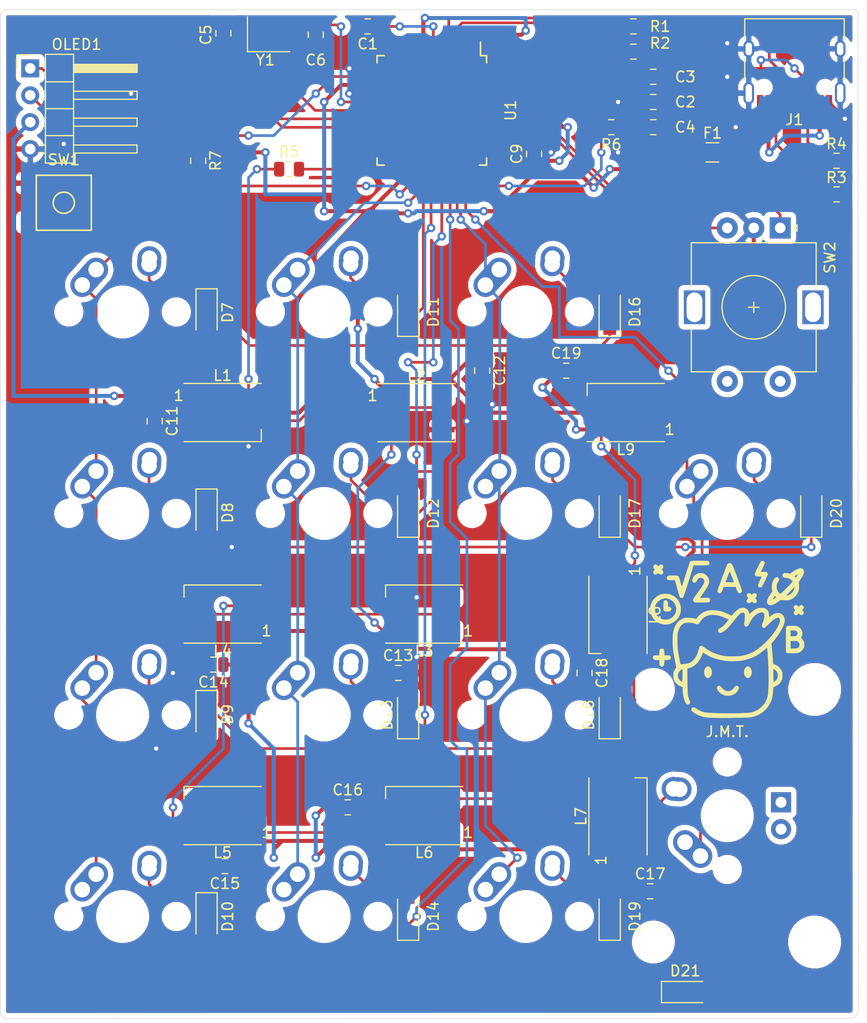
<source format=kicad_pcb>
(kicad_pcb (version 20171130) (host pcbnew "(5.1.5)-3")
  (layers (0 F.Cu signal) (31 B.Cu signal) (34 B.Paste user) (35 F.Paste user) (36 B.SilkS user) (37 F.SilkS user) (38 B.Mask user) (39 F.Mask user) (44 Edge.Cuts user))
  (net 0 "")
  (net 1 GND)
  (net 2 "Net-(C1-Pad1)")
  (net 3 +5V)
  (net 4 "Net-(C5-Pad1)")
  (net 5 "Net-(C6-Pad1)")
  (net 6 "Net-(D7-Pad2)")
  (net 7 ROW0)
  (net 8 "Net-(D8-Pad2)")
  (net 9 ROW1)
  (net 10 "Net-(D9-Pad2)")
  (net 11 ROW2)
  (net 12 "Net-(D10-Pad2)")
  (net 13 ROW3)
  (net 14 "Net-(D11-Pad2)")
  (net 15 "Net-(D12-Pad2)")
  (net 16 "Net-(D13-Pad2)")
  (net 17 "Net-(D14-Pad2)")
  (net 18 "Net-(D16-Pad2)")
  (net 19 "Net-(D17-Pad2)")
  (net 20 "Net-(D18-Pad2)")
  (net 21 "Net-(D19-Pad2)")
  (net 22 "Net-(D20-Pad2)")
  (net 23 "Net-(D21-Pad2)")
  (net 24 VCC)
  (net 25 "Net-(J1-PadB8)")
  (net 26 "Net-(J1-PadA5)")
  (net 27 D-)
  (net 28 D+)
  (net 29 "Net-(J1-PadA8)")
  (net 30 "Net-(J1-PadB5)")
  (net 31 "Net-(L1-Pad2)")
  (net 32 LEDS)
  (net 33 "Net-(L2-Pad2)")
  (net 34 "Net-(L3-Pad2)")
  (net 35 "Net-(L4-Pad2)")
  (net 36 "Net-(L5-Pad2)")
  (net 37 "Net-(L6-Pad2)")
  (net 38 "Net-(L7-Pad2)")
  (net 39 "Net-(L9-Pad2)")
  (net 40 COL0)
  (net 41 COL1)
  (net 42 COL2)
  (net 43 COL3)
  (net 44 SCL)
  (net 45 SDA)
  (net 46 "Net-(R1-Pad1)")
  (net 47 "Net-(R2-Pad1)")
  (net 48 "Net-(R5-Pad2)")
  (net 49 "Net-(R6-Pad2)")
  (net 50 "Net-(R7-Pad1)")
  (net 51 S0)
  (net 52 S1)
  (net 53 "Net-(SW2-PadS2)")
  (net 54 "Net-(SW2-PadS1)")
  (net 55 "Net-(U1-Pad42)")
  (net 56 "Net-(U1-Pad41)")
  (net 57 "Net-(U1-Pad40)")
  (net 58 "Net-(U1-Pad39)")
  (net 59 "Net-(U1-Pad20)")
  (net 60 "Net-(U1-Pad1)")
  (net 61 "Net-(U1-Pad21)")
  (net 62 "Net-(U1-Pad11)")
  (net 63 "Net-(U1-Pad10)")
  (net 64 "Net-(U1-Pad9)")
  (net 65 "Net-(U1-Pad8)")
  (net 66 "Net-(U1-Pad12)")
  (net 67 "Net-(U1-Pad36)")
  (module Resistor_SMD:R_0805_2012Metric (layer F.Cu) (at 141.14375 57.15)
    (fp_text reference R1 (at 2.525 0) (layer F.SilkS))
    (fp_text value 22ohm)
    (pad 2 smd roundrect (at 0.9375 0) (size 0.975 1.4) (layers F.Cu F.Paste F.Mask) (net 28 D+))
    (pad 1 smd roundrect (at -0.9375 0) (size 0.975 1.4) (layers F.Cu F.Paste F.Mask) (net 46 "Net-(R1-Pad1)"))
  )
  (module Resistor_SMD:R_0805_2012Metric (layer F.Cu) (at 141.14375 59.53125)
    (fp_text reference R2 (at 2.525 -0.79375) (layer F.SilkS))
    (fp_text value 22ohm)
    (pad 2 smd roundrect (at 0.9375 0) (size 0.975 1.4) (layers F.Cu F.Paste F.Mask) (net 27 D-))
    (pad 1 smd roundrect (at -0.9375 0) (size 0.975 1.4) (layers F.Cu F.Paste F.Mask) (net 47 "Net-(R2-Pad1)"))
  )
  (module MacroBoy:logo875 (layer F.Cu) (at 150.01875 115.09375)
    (fp_text reference G*** hide)
    (fp_text value LOGO hide)
  )
  (module Capacitor_SMD:C_0805_2012Metric (layer F.Cu) (at 134.79375 89.69375)
    (fp_text reference C19 (at 0 -1.65) (layer F.SilkS))
    (fp_text value 0.1uF)
    (pad 2 smd roundrect (at 0.9375 0) (size 0.975 1.4) (layers F.Cu F.Paste F.Mask) (net 1 GND))
    (pad 1 smd roundrect (at -0.9375 0) (size 0.975 1.4) (layers F.Cu F.Paste F.Mask) (net 3 +5V))
  )
  (module Capacitor_SMD:C_0805_2012Metric (layer F.Cu) (at 142.73125 138.90625)
    (fp_text reference C17 (at 0 -1.65) (layer F.SilkS))
    (fp_text value 0.1uF)
    (pad 2 smd roundrect (at 0.9375 0) (size 0.975 1.4) (layers F.Cu F.Paste F.Mask) (net 1 GND))
    (pad 1 smd roundrect (at -0.9375 0) (size 0.975 1.4) (layers F.Cu F.Paste F.Mask) (net 3 +5V))
  )
  (module Capacitor_SMD:C_0805_2012Metric (layer F.Cu) (at 114.15625 130.96875)
    (fp_text reference C16 (at 0 -1.65) (layer F.SilkS))
    (fp_text value 0.1uF)
    (pad 2 smd roundrect (at 0.9375 0) (size 0.975 1.4) (layers F.Cu F.Paste F.Mask) (net 1 GND))
    (pad 1 smd roundrect (at -0.9375 0) (size 0.975 1.4) (layers F.Cu F.Paste F.Mask) (net 3 +5V))
  )
  (module Capacitor_SMD:C_0805_2012Metric (layer F.Cu) (at 102.5375 136.525 180)
    (fp_text reference C15 (at 0 -1.65) (layer F.SilkS))
    (fp_text value 0.1uF)
    (pad 2 smd roundrect (at 0.9375 0 180) (size 0.975 1.4) (layers F.Cu F.Paste F.Mask) (net 1 GND))
    (pad 1 smd roundrect (at -0.9375 0 180) (size 0.975 1.4) (layers F.Cu F.Paste F.Mask) (net 3 +5V))
  )
  (module Capacitor_SMD:C_0805_2012Metric (layer F.Cu) (at 101.45625 117.475 180)
    (fp_text reference C14 (at 0 -1.65) (layer F.SilkS))
    (fp_text value 0.1uF)
    (pad 2 smd roundrect (at 0.9375 0 180) (size 0.975 1.4) (layers F.Cu F.Paste F.Mask) (net 1 GND))
    (pad 1 smd roundrect (at -0.9375 0 180) (size 0.975 1.4) (layers F.Cu F.Paste F.Mask) (net 3 +5V))
  )
  (module Capacitor_SMD:C_0805_2012Metric (layer F.Cu) (at 118.91875 118.26875)
    (fp_text reference C13 (at 0 -1.65) (layer F.SilkS))
    (fp_text value 0.1uF)
    (pad 2 smd roundrect (at 0.9375 0) (size 0.975 1.4) (layers F.Cu F.Paste F.Mask) (net 1 GND))
    (pad 1 smd roundrect (at -0.9375 0) (size 0.975 1.4) (layers F.Cu F.Paste F.Mask) (net 3 +5V))
  )
  (module Capacitor_SMD:C_0805_2012Metric (layer F.Cu) (at 126.85625 89.69375 270)
    (fp_text reference C12 (at 0 -1.65 90) (layer F.SilkS))
    (fp_text value 0.1uF)
    (pad 2 smd roundrect (at 0.9375 0 270) (size 0.975 1.4) (layers F.Cu F.Paste F.Mask) (net 1 GND))
    (pad 1 smd roundrect (at -0.9375 0 270) (size 0.975 1.4) (layers F.Cu F.Paste F.Mask) (net 3 +5V))
  )
  (module Capacitor_SMD:C_0805_2012Metric (layer F.Cu) (at 95.9 94.45625 270)
    (fp_text reference C11 (at 0 -1.65 90) (layer F.SilkS))
    (fp_text value 0.1uF)
    (pad 2 smd roundrect (at 0.9375 0 270) (size 0.975 1.4) (layers F.Cu F.Paste F.Mask) (net 1 GND))
    (pad 1 smd roundrect (at -0.9375 0 270) (size 0.975 1.4) (layers F.Cu F.Paste F.Mask) (net 3 +5V))
  )
  (module Capacitor_SMD:C_0805_2012Metric (layer F.Cu) (at 136.525 118.26875 270)
    (fp_text reference C18 (at 0 -1.65 90) (layer F.SilkS))
    (fp_text value 0.1uF)
    (pad 2 smd roundrect (at 0.9375 0 270) (size 0.975 1.4) (layers F.Cu F.Paste F.Mask) (net 1 GND))
    (pad 1 smd roundrect (at -0.9375 0 270) (size 0.975 1.4) (layers F.Cu F.Paste F.Mask) (net 3 +5V))
  )
  (module MX_Alps_Hybrid:MX-1U-NoLED (layer F.Cu) (at 92.86875 122.2375)
    (fp_text reference MX7)
    (fp_text value MX-NoLED)
    (pad 2 thru_hole oval (at 2.5 -4.5 86.0548) (size 2.831378 2.25) (drill 1.47 (offset 0.290689 0)) (layers *.Cu B.Mask) (net 10 "Net-(D9-Pad2)"))
    (pad 2 thru_hole circle (at 2.54 -5.08) (size 2.25 2.25) (drill 1.47) (layers *.Cu B.Mask) (net 10 "Net-(D9-Pad2)"))
    (pad 1 thru_hole oval (at -3.81 -2.54 48.0996) (size 4.211556 2.25) (drill 1.47 (offset 0.980778 0)) (layers *.Cu B.Mask) (net 40 COL0))
    (pad "" np_thru_hole circle (at 0 0) (size 3.9878 3.9878) (drill 3.9878) (layers *.Cu *.Mask))
    (pad 1 thru_hole circle (at -2.5 -4) (size 2.25 2.25) (drill 1.47) (layers *.Cu B.Mask) (net 40 COL0))
    (pad "" np_thru_hole circle (at -5.08 0 48.0996) (size 1.75 1.75) (drill 1.75) (layers *.Cu *.Mask))
    (pad "" np_thru_hole circle (at 5.08 0 48.0996) (size 1.75 1.75) (drill 1.75) (layers *.Cu *.Mask))
  )
  (module MX_Alps_Hybrid:MX-1U-NoLED (layer F.Cu) (at 92.86875 84.1375)
    (fp_text reference MX1)
    (fp_text value MX-NoLED)
    (pad 2 thru_hole oval (at 2.5 -4.5 86.0548) (size 2.831378 2.25) (drill 1.47 (offset 0.290689 0)) (layers *.Cu B.Mask) (net 6 "Net-(D7-Pad2)"))
    (pad 2 thru_hole circle (at 2.54 -5.08) (size 2.25 2.25) (drill 1.47) (layers *.Cu B.Mask) (net 6 "Net-(D7-Pad2)"))
    (pad 1 thru_hole oval (at -3.81 -2.54 48.0996) (size 4.211556 2.25) (drill 1.47 (offset 0.980778 0)) (layers *.Cu B.Mask) (net 40 COL0))
    (pad "" np_thru_hole circle (at 0 0) (size 3.9878 3.9878) (drill 3.9878) (layers *.Cu *.Mask))
    (pad 1 thru_hole circle (at -2.5 -4) (size 2.25 2.25) (drill 1.47) (layers *.Cu B.Mask) (net 40 COL0))
    (pad "" np_thru_hole circle (at -5.08 0 48.0996) (size 1.75 1.75) (drill 1.75) (layers *.Cu *.Mask))
    (pad "" np_thru_hole circle (at 5.08 0 48.0996) (size 1.75 1.75) (drill 1.75) (layers *.Cu *.Mask))
  )
  (module random-keyboard-parts:SKQG-1155865 (layer F.Cu) (at 87.3125 73.81875 180)
    (fp_text reference SW1 (at 0 4.064) (layer F.SilkS))
    (fp_text value SW_Push)
    (pad 1 smd rect (at 3.1 1.85 180) (size 1.8 1.1) (layers F.Cu F.Paste F.Mask) (net 1 GND))
    (pad 2 smd rect (at -3.1 -1.85 180) (size 1.8 1.1) (layers F.Cu F.Paste F.Mask) (net 50 "Net-(R7-Pad1)"))
    (pad 3 smd rect (at 3.1 -1.85 180) (size 1.8 1.1) (layers F.Cu F.Paste F.Mask))
    (pad 4 smd rect (at -3.1 1.85 180) (size 1.8 1.1) (layers F.Cu F.Paste F.Mask))
  )
  (module Package_QFP:TQFP-44_10x10mm_P0.8mm (layer F.Cu) (at 122.09375 65.0875 270)
    (fp_text reference U1 (at 0 -7.45 90) (layer F.SilkS))
    (fp_text value ATmega32U4-AU)
    (pad 44 smd rect (at -4 -5.7) (size 1.5 0.55) (layers F.Cu F.Paste F.Mask) (net 3 +5V))
    (pad 43 smd rect (at -3.2 -5.7) (size 1.5 0.55) (layers F.Cu F.Paste F.Mask) (net 1 GND))
    (pad 42 smd rect (at -2.4 -5.7) (size 1.5 0.55) (layers F.Cu F.Paste F.Mask) (net 55 "Net-(U1-Pad42)"))
    (pad 41 smd rect (at -1.6 -5.7) (size 1.5 0.55) (layers F.Cu F.Paste F.Mask) (net 56 "Net-(U1-Pad41)"))
    (pad 40 smd rect (at -0.8 -5.7) (size 1.5 0.55) (layers F.Cu F.Paste F.Mask) (net 57 "Net-(U1-Pad40)"))
    (pad 39 smd rect (at 0 -5.7) (size 1.5 0.55) (layers F.Cu F.Paste F.Mask) (net 58 "Net-(U1-Pad39)"))
    (pad 38 smd rect (at 0.8 -5.7) (size 1.5 0.55) (layers F.Cu F.Paste F.Mask) (net 51 S0))
    (pad 37 smd rect (at 1.6 -5.7) (size 1.5 0.55) (layers F.Cu F.Paste F.Mask) (net 52 S1))
    (pad 36 smd rect (at 2.4 -5.7) (size 1.5 0.55) (layers F.Cu F.Paste F.Mask) (net 67 "Net-(U1-Pad36)"))
    (pad 35 smd rect (at 3.2 -5.7) (size 1.5 0.55) (layers F.Cu F.Paste F.Mask) (net 1 GND))
    (pad 34 smd rect (at 4 -5.7) (size 1.5 0.55) (layers F.Cu F.Paste F.Mask) (net 3 +5V))
    (pad 33 smd rect (at 5.7 -4 270) (size 1.5 0.55) (layers F.Cu F.Paste F.Mask) (net 49 "Net-(R6-Pad2)"))
    (pad 32 smd rect (at 5.7 -3.2 270) (size 1.5 0.55) (layers F.Cu F.Paste F.Mask) (net 43 COL3))
    (pad 31 smd rect (at 5.7 -2.4 270) (size 1.5 0.55) (layers F.Cu F.Paste F.Mask) (net 42 COL2))
    (pad 30 smd rect (at 5.7 -1.6 270) (size 1.5 0.55) (layers F.Cu F.Paste F.Mask) (net 13 ROW3))
    (pad 29 smd rect (at 5.7 -0.8 270) (size 1.5 0.55) (layers F.Cu F.Paste F.Mask) (net 9 ROW1))
    (pad 28 smd rect (at 5.7 0 270) (size 1.5 0.55) (layers F.Cu F.Paste F.Mask) (net 11 ROW2))
    (pad 27 smd rect (at 5.7 0.8 270) (size 1.5 0.55) (layers F.Cu F.Paste F.Mask) (net 7 ROW0))
    (pad 26 smd rect (at 5.7 1.6 270) (size 1.5 0.55) (layers F.Cu F.Paste F.Mask) (net 41 COL1))
    (pad 25 smd rect (at 5.7 2.4 270) (size 1.5 0.55) (layers F.Cu F.Paste F.Mask) (net 40 COL0))
    (pad 24 smd rect (at 5.7 3.2 270) (size 1.5 0.55) (layers F.Cu F.Paste F.Mask) (net 3 +5V))
    (pad 23 smd rect (at 5.7 4 270) (size 1.5 0.55) (layers F.Cu F.Paste F.Mask) (net 1 GND))
    (pad 22 smd rect (at 4 5.7) (size 1.5 0.55) (layers F.Cu F.Paste F.Mask) (net 48 "Net-(R5-Pad2)"))
    (pad 21 smd rect (at 3.2 5.7) (size 1.5 0.55) (layers F.Cu F.Paste F.Mask) (net 61 "Net-(U1-Pad21)"))
    (pad 20 smd rect (at 2.4 5.7) (size 1.5 0.55) (layers F.Cu F.Paste F.Mask) (net 59 "Net-(U1-Pad20)"))
    (pad 19 smd rect (at 1.6 5.7) (size 1.5 0.55) (layers F.Cu F.Paste F.Mask) (net 44 SCL))
    (pad 18 smd rect (at 0.8 5.7) (size 1.5 0.55) (layers F.Cu F.Paste F.Mask) (net 45 SDA))
    (pad 17 smd rect (at 0 5.7) (size 1.5 0.55) (layers F.Cu F.Paste F.Mask) (net 4 "Net-(C5-Pad1)"))
    (pad 16 smd rect (at -0.8 5.7) (size 1.5 0.55) (layers F.Cu F.Paste F.Mask) (net 5 "Net-(C6-Pad1)"))
    (pad 15 smd rect (at -1.6 5.7) (size 1.5 0.55) (layers F.Cu F.Paste F.Mask) (net 1 GND))
    (pad 14 smd rect (at -2.4 5.7) (size 1.5 0.55) (layers F.Cu F.Paste F.Mask) (net 3 +5V))
    (pad 13 smd rect (at -3.2 5.7) (size 1.5 0.55) (layers F.Cu F.Paste F.Mask) (net 50 "Net-(R7-Pad1)"))
    (pad 12 smd rect (at -4 5.7) (size 1.5 0.55) (layers F.Cu F.Paste F.Mask) (net 66 "Net-(U1-Pad12)"))
    (pad 11 smd rect (at -5.7 4 270) (size 1.5 0.55) (layers F.Cu F.Paste F.Mask) (net 62 "Net-(U1-Pad11)"))
    (pad 10 smd rect (at -5.7 3.2 270) (size 1.5 0.55) (layers F.Cu F.Paste F.Mask) (net 63 "Net-(U1-Pad10)"))
    (pad 9 smd rect (at -5.7 2.4 270) (size 1.5 0.55) (layers F.Cu F.Paste F.Mask) (net 64 "Net-(U1-Pad9)"))
    (pad 8 smd rect (at -5.7 1.6 270) (size 1.5 0.55) (layers F.Cu F.Paste F.Mask) (net 65 "Net-(U1-Pad8)"))
    (pad 7 smd rect (at -5.7 0.8 270) (size 1.5 0.55) (layers F.Cu F.Paste F.Mask) (net 3 +5V))
    (pad 6 smd rect (at -5.7 0 270) (size 1.5 0.55) (layers F.Cu F.Paste F.Mask) (net 2 "Net-(C1-Pad1)"))
    (pad 5 smd rect (at -5.7 -0.8 270) (size 1.5 0.55) (layers F.Cu F.Paste F.Mask) (net 1 GND))
    (pad 4 smd rect (at -5.7 -1.6 270) (size 1.5 0.55) (layers F.Cu F.Paste F.Mask) (net 46 "Net-(R1-Pad1)"))
    (pad 3 smd rect (at -5.7 -2.4 270) (size 1.5 0.55) (layers F.Cu F.Paste F.Mask) (net 47 "Net-(R2-Pad1)"))
    (pad 2 smd rect (at -5.7 -3.2 270) (size 1.5 0.55) (layers F.Cu F.Paste F.Mask) (net 3 +5V))
    (pad 1 smd rect (at -5.7 -4 270) (size 1.5 0.55) (layers F.Cu F.Paste F.Mask) (net 60 "Net-(U1-Pad1)"))
  )
  (module Capacitor_SMD:C_0805_2012Metric (layer F.Cu) (at 131.7625 69.2 90)
    (fp_text reference C9 (at 0 -1.65 90) (layer F.SilkS))
    (fp_text value 10uF)
    (pad 2 smd roundrect (at 0.9375 0 90) (size 0.975 1.4) (layers F.Cu F.Paste F.Mask) (net 1 GND))
    (pad 1 smd roundrect (at -0.9375 0 90) (size 0.975 1.4) (layers F.Cu F.Paste F.Mask) (net 3 +5V))
  )
  (module Connector_USB:USB_C_Receptacle_HRO_TYPE-C-31-M-12 (layer F.Cu) (at 156.36875 60.325 180)
    (fp_text reference J1 (at 0 -5.645) (layer F.SilkS))
    (fp_text value USB_C_Receptacle_USB2.0)
    (pad S1 thru_hole oval (at 4.32 1.05 180) (size 1 1.6) (drill oval 0.6 1.2) (layers *.Cu *.Mask) (net 1 GND))
    (pad "" np_thru_hole circle (at 2.89 -2.6 180) (size 0.65 0.65) (drill 0.65) (layers *.Cu *.Mask))
    (pad S1 thru_hole oval (at -4.32 1.05 180) (size 1 1.6) (drill oval 0.6 1.2) (layers *.Cu *.Mask) (net 1 GND))
    (pad "" np_thru_hole circle (at -2.89 -2.6 180) (size 0.65 0.65) (drill 0.65) (layers *.Cu *.Mask))
    (pad S1 thru_hole oval (at -4.32 -3.13 180) (size 1 2.1) (drill oval 0.6 1.7) (layers *.Cu *.Mask) (net 1 GND))
    (pad S1 thru_hole oval (at 4.32 -3.13 180) (size 1 2.1) (drill oval 0.6 1.7) (layers *.Cu *.Mask) (net 1 GND))
    (pad A6 smd rect (at -0.25 -4.045 180) (size 0.3 1.45) (layers F.Cu F.Paste F.Mask) (net 28 D+))
    (pad B5 smd rect (at 1.75 -4.045 180) (size 0.3 1.45) (layers F.Cu F.Paste F.Mask) (net 30 "Net-(J1-PadB5)"))
    (pad A8 smd rect (at 1.25 -4.045 180) (size 0.3 1.45) (layers F.Cu F.Paste F.Mask) (net 29 "Net-(J1-PadA8)"))
    (pad B6 smd rect (at 0.75 -4.045 180) (size 0.3 1.45) (layers F.Cu F.Paste F.Mask) (net 28 D+))
    (pad A7 smd rect (at 0.25 -4.045 180) (size 0.3 1.45) (layers F.Cu F.Paste F.Mask) (net 27 D-))
    (pad B7 smd rect (at -0.75 -4.045 180) (size 0.3 1.45) (layers F.Cu F.Paste F.Mask) (net 27 D-))
    (pad A5 smd rect (at -1.25 -4.045 180) (size 0.3 1.45) (layers F.Cu F.Paste F.Mask) (net 26 "Net-(J1-PadA5)"))
    (pad B8 smd rect (at -1.75 -4.045 180) (size 0.3 1.45) (layers F.Cu F.Paste F.Mask) (net 25 "Net-(J1-PadB8)"))
    (pad A12 smd rect (at 3.25 -4.045 180) (size 0.6 1.45) (layers F.Cu F.Paste F.Mask) (net 1 GND))
    (pad B4 smd rect (at 2.45 -4.045 180) (size 0.6 1.45) (layers F.Cu F.Paste F.Mask) (net 24 VCC))
    (pad A4 smd rect (at -2.45 -4.045 180) (size 0.6 1.45) (layers F.Cu F.Paste F.Mask) (net 24 VCC))
    (pad A1 smd rect (at -3.25 -4.045 180) (size 0.6 1.45) (layers F.Cu F.Paste F.Mask) (net 1 GND))
    (pad B12 smd rect (at -3.25 -4.045 180) (size 0.6 1.45) (layers F.Cu F.Paste F.Mask) (net 1 GND))
    (pad B9 smd rect (at -2.45 -4.045 180) (size 0.6 1.45) (layers F.Cu F.Paste F.Mask) (net 24 VCC))
    (pad A9 smd rect (at 2.45 -4.045 180) (size 0.6 1.45) (layers F.Cu F.Paste F.Mask) (net 24 VCC))
    (pad B1 smd rect (at 3.25 -4.045 180) (size 0.6 1.45) (layers F.Cu F.Paste F.Mask) (net 1 GND))
  )
  (module Resistor_SMD:R_0805_2012Metric (layer F.Cu) (at 160.3375 73.025)
    (fp_text reference R3 (at 0 -1.5875) (layer F.SilkS))
    (fp_text value "5.1 k")
    (pad 2 smd roundrect (at 0.9375 0) (size 0.975 1.4) (layers F.Cu F.Paste F.Mask) (net 1 GND))
    (pad 1 smd roundrect (at -0.9375 0) (size 0.975 1.4) (layers F.Cu F.Paste F.Mask) (net 30 "Net-(J1-PadB5)"))
  )
  (module Crystal:Crystal_SMD_3225-4Pin_3.2x2.5mm (layer F.Cu) (at 106.66875 57.8875)
    (fp_text reference Y1 (at -0.30625 2.4375) (layer F.SilkS))
    (fp_text value 16MHz)
    (pad 4 smd rect (at -1.1 -0.85) (size 1.4 1.2) (layers F.Cu F.Paste F.Mask) (net 1 GND))
    (pad 3 smd rect (at 1.1 -0.85) (size 1.4 1.2) (layers F.Cu F.Paste F.Mask) (net 5 "Net-(C6-Pad1)"))
    (pad 2 smd rect (at 1.1 0.85) (size 1.4 1.2) (layers F.Cu F.Paste F.Mask) (net 1 GND))
    (pad 1 smd rect (at -1.1 0.85) (size 1.4 1.2) (layers F.Cu F.Paste F.Mask) (net 4 "Net-(C5-Pad1)"))
  )
  (module Rotary_Encoder:RotaryEncoder_Alps_EC11E-Switch_Vertical_H20mm (layer F.Cu) (at 155.01875 76.2 270)
    (fp_text reference SW2 (at 2.8 -4.7 90) (layer F.SilkS))
    (fp_text value Rotary_Encoder_Switch)
    (pad S1 thru_hole circle (at 14.5 5 270) (size 2 2) (drill 1) (layers *.Cu *.Mask) (net 54 "Net-(SW2-PadS1)"))
    (pad S2 thru_hole circle (at 14.5 0 270) (size 2 2) (drill 1) (layers *.Cu *.Mask) (net 53 "Net-(SW2-PadS2)"))
    (pad MP thru_hole rect (at 7.5 8.1 270) (size 3.2 2) (drill oval 2.8 1.5) (layers *.Cu *.Mask))
    (pad MP thru_hole rect (at 7.5 -3.1 270) (size 3.2 2) (drill oval 2.8 1.5) (layers *.Cu *.Mask))
    (pad B thru_hole circle (at 0 5 270) (size 2 2) (drill 1) (layers *.Cu *.Mask) (net 52 S1))
    (pad C thru_hole circle (at 0 2.5 270) (size 2 2) (drill 1) (layers *.Cu *.Mask) (net 1 GND))
    (pad A thru_hole rect (at 0 0 270) (size 2 2) (drill 1) (layers *.Cu *.Mask) (net 51 S0))
  )
  (module Resistor_SMD:R_0805_2012Metric (layer F.Cu) (at 100.0125 69.85 270)
    (fp_text reference R7 (at 0 -1.65 90) (layer F.SilkS))
    (fp_text value 22)
    (pad 2 smd roundrect (at 0.9375 0 270) (size 0.975 1.4) (layers F.Cu F.Paste F.Mask) (net 3 +5V))
    (pad 1 smd roundrect (at -0.9375 0 270) (size 0.975 1.4) (layers F.Cu F.Paste F.Mask) (net 50 "Net-(R7-Pad1)"))
  )
  (module Resistor_SMD:R_0805_2012Metric (layer F.Cu) (at 139.05 66.675 180)
    (fp_text reference R6 (at 0 -1.65) (layer F.SilkS))
    (fp_text value 10k)
    (pad 2 smd roundrect (at 0.9375 0 180) (size 0.975 1.4) (layers F.Cu F.Paste F.Mask) (net 49 "Net-(R6-Pad2)"))
    (pad 1 smd roundrect (at -0.9375 0 180) (size 0.975 1.4) (layers F.Cu F.Paste F.Mask) (net 1 GND))
  )
  (module Resistor_SMD:R_0805_2012Metric (layer F.Cu) (at 108.6 70.64375)
    (fp_text reference R5 (at 0 -1.65) (layer F.SilkS))
    (fp_text value "500 ohm")
    (pad 2 smd roundrect (at 0.9375 0) (size 0.975 1.4) (layers F.Cu F.Paste F.Mask) (net 48 "Net-(R5-Pad2)"))
    (pad 1 smd roundrect (at -0.9375 0) (size 0.975 1.4) (layers F.Cu F.Paste F.Mask) (net 32 LEDS))
  )
  (module Resistor_SMD:R_0805_2012Metric (layer F.Cu) (at 160.3375 69.85)
    (fp_text reference R4 (at 0 -1.5875) (layer F.SilkS))
    (fp_text value "5.1 k")
    (pad 2 smd roundrect (at 0.9375 0) (size 0.975 1.4) (layers F.Cu F.Paste F.Mask) (net 1 GND))
    (pad 1 smd roundrect (at -0.9375 0) (size 0.975 1.4) (layers F.Cu F.Paste F.Mask) (net 26 "Net-(J1-PadA5)"))
  )
  (module Connector_PinHeader_2.54mm:PinHeader_1x04_P2.54mm_Horizontal (layer F.Cu) (at 84.1375 61.11875)
    (fp_text reference OLED1 (at 4.385 -2.27) (layer F.SilkS))
    (fp_text value Conn_01x04)
    (pad 4 thru_hole oval (at 0 7.62) (size 1.7 1.7) (drill 1) (layers *.Cu *.Mask) (net 1 GND))
    (pad 3 thru_hole oval (at 0 5.08) (size 1.7 1.7) (drill 1) (layers *.Cu *.Mask) (net 3 +5V))
    (pad 2 thru_hole oval (at 0 2.54) (size 1.7 1.7) (drill 1) (layers *.Cu *.Mask) (net 44 SCL))
    (pad 1 thru_hole rect (at 0 0) (size 1.7 1.7) (drill 1) (layers *.Cu *.Mask) (net 45 SDA))
  )
  (module MX_Alps_Hybrid:MX-1U-NoLED (layer F.Cu) (at 150.01875 103.1875)
    (fp_text reference MX14)
    (fp_text value MX-NoLED)
    (pad 2 thru_hole oval (at 2.5 -4.5 86.0548) (size 2.831378 2.25) (drill 1.47 (offset 0.290689 0)) (layers *.Cu B.Mask) (net 22 "Net-(D20-Pad2)"))
    (pad 2 thru_hole circle (at 2.54 -5.08) (size 2.25 2.25) (drill 1.47) (layers *.Cu B.Mask) (net 22 "Net-(D20-Pad2)"))
    (pad 1 thru_hole oval (at -3.81 -2.54 48.0996) (size 4.211556 2.25) (drill 1.47 (offset 0.980778 0)) (layers *.Cu B.Mask) (net 43 COL3))
    (pad "" np_thru_hole circle (at 0 0) (size 3.9878 3.9878) (drill 3.9878) (layers *.Cu *.Mask))
    (pad 1 thru_hole circle (at -2.5 -4) (size 2.25 2.25) (drill 1.47) (layers *.Cu B.Mask) (net 43 COL3))
    (pad "" np_thru_hole circle (at -5.08 0 48.0996) (size 1.75 1.75) (drill 1.75) (layers *.Cu *.Mask))
    (pad "" np_thru_hole circle (at 5.08 0 48.0996) (size 1.75 1.75) (drill 1.75) (layers *.Cu *.Mask))
  )
  (module MX_Alps_Hybrid:MX-2U (layer F.Cu) (at 150.01875 131.7625 90)
    (fp_text reference MX13)
    (fp_text value MX-NoLED)
    (pad 2 thru_hole oval (at 2.5 -4.5 176.0548) (size 2.831378 2.25) (drill 1.47 (offset 0.290689 0)) (layers *.Cu B.Mask) (net 23 "Net-(D21-Pad2)"))
    (pad 2 thru_hole circle (at 2.54 -5.08 90) (size 2.25 2.25) (drill 1.47) (layers *.Cu B.Mask) (net 23 "Net-(D21-Pad2)"))
    (pad 1 thru_hole oval (at -3.81 -2.54 138.0996) (size 4.211556 2.25) (drill 1.47 (offset 0.980778 0)) (layers *.Cu B.Mask) (net 43 COL3))
    (pad "" np_thru_hole circle (at 0 0 90) (size 3.9878 3.9878) (drill 3.9878) (layers *.Cu *.Mask))
    (pad 1 thru_hole circle (at -2.5 -4 90) (size 2.25 2.25) (drill 1.47) (layers *.Cu B.Mask) (net 43 COL3))
    (pad 3 thru_hole circle (at -1.27 5.08 90) (size 1.905 1.905) (drill 1.04) (layers *.Cu B.Mask))
    (pad 4 thru_hole rect (at 1.27 5.08 90) (size 1.905 1.905) (drill 1.04) (layers *.Cu B.Mask))
    (pad "" np_thru_hole circle (at -5.08 0 138.0996) (size 1.75 1.75) (drill 1.75) (layers *.Cu *.Mask))
    (pad "" np_thru_hole circle (at 5.08 0 138.0996) (size 1.75 1.75) (drill 1.75) (layers *.Cu *.Mask))
    (pad "" np_thru_hole circle (at -11.938 -6.985 90) (size 3.048 3.048) (drill 3.048) (layers *.Cu *.Mask))
    (pad "" np_thru_hole circle (at 11.938 -6.985 90) (size 3.048 3.048) (drill 3.048) (layers *.Cu *.Mask))
    (pad "" np_thru_hole circle (at -11.938 8.255 90) (size 3.9878 3.9878) (drill 3.9878) (layers *.Cu *.Mask))
    (pad "" np_thru_hole circle (at 11.938 8.255 90) (size 3.9878 3.9878) (drill 3.9878) (layers *.Cu *.Mask))
  )
  (module MX_Alps_Hybrid:MX-1U-NoLED (layer F.Cu) (at 130.96875 141.2875)
    (fp_text reference MX12)
    (fp_text value MX-NoLED)
    (pad 2 thru_hole oval (at 2.5 -4.5 86.0548) (size 2.831378 2.25) (drill 1.47 (offset 0.290689 0)) (layers *.Cu B.Mask) (net 21 "Net-(D19-Pad2)"))
    (pad 2 thru_hole circle (at 2.54 -5.08) (size 2.25 2.25) (drill 1.47) (layers *.Cu B.Mask) (net 21 "Net-(D19-Pad2)"))
    (pad 1 thru_hole oval (at -3.81 -2.54 48.0996) (size 4.211556 2.25) (drill 1.47 (offset 0.980778 0)) (layers *.Cu B.Mask) (net 42 COL2))
    (pad "" np_thru_hole circle (at 0 0) (size 3.9878 3.9878) (drill 3.9878) (layers *.Cu *.Mask))
    (pad 1 thru_hole circle (at -2.5 -4) (size 2.25 2.25) (drill 1.47) (layers *.Cu B.Mask) (net 42 COL2))
    (pad "" np_thru_hole circle (at -5.08 0 48.0996) (size 1.75 1.75) (drill 1.75) (layers *.Cu *.Mask))
    (pad "" np_thru_hole circle (at 5.08 0 48.0996) (size 1.75 1.75) (drill 1.75) (layers *.Cu *.Mask))
  )
  (module MX_Alps_Hybrid:MX-1U-NoLED (layer F.Cu) (at 111.91875 141.2875)
    (fp_text reference MX11)
    (fp_text value MX-NoLED)
    (pad 2 thru_hole oval (at 2.5 -4.5 86.0548) (size 2.831378 2.25) (drill 1.47 (offset 0.290689 0)) (layers *.Cu B.Mask) (net 17 "Net-(D14-Pad2)"))
    (pad 2 thru_hole circle (at 2.54 -5.08) (size 2.25 2.25) (drill 1.47) (layers *.Cu B.Mask) (net 17 "Net-(D14-Pad2)"))
    (pad 1 thru_hole oval (at -3.81 -2.54 48.0996) (size 4.211556 2.25) (drill 1.47 (offset 0.980778 0)) (layers *.Cu B.Mask) (net 41 COL1))
    (pad "" np_thru_hole circle (at 0 0) (size 3.9878 3.9878) (drill 3.9878) (layers *.Cu *.Mask))
    (pad 1 thru_hole circle (at -2.5 -4) (size 2.25 2.25) (drill 1.47) (layers *.Cu B.Mask) (net 41 COL1))
    (pad "" np_thru_hole circle (at -5.08 0 48.0996) (size 1.75 1.75) (drill 1.75) (layers *.Cu *.Mask))
    (pad "" np_thru_hole circle (at 5.08 0 48.0996) (size 1.75 1.75) (drill 1.75) (layers *.Cu *.Mask))
  )
  (module MX_Alps_Hybrid:MX-1U-NoLED (layer F.Cu) (at 92.86875 141.2875)
    (fp_text reference MX10)
    (fp_text value MX-NoLED)
    (pad 2 thru_hole oval (at 2.5 -4.5 86.0548) (size 2.831378 2.25) (drill 1.47 (offset 0.290689 0)) (layers *.Cu B.Mask) (net 12 "Net-(D10-Pad2)"))
    (pad 2 thru_hole circle (at 2.54 -5.08) (size 2.25 2.25) (drill 1.47) (layers *.Cu B.Mask) (net 12 "Net-(D10-Pad2)"))
    (pad 1 thru_hole oval (at -3.81 -2.54 48.0996) (size 4.211556 2.25) (drill 1.47 (offset 0.980778 0)) (layers *.Cu B.Mask) (net 40 COL0))
    (pad "" np_thru_hole circle (at 0 0) (size 3.9878 3.9878) (drill 3.9878) (layers *.Cu *.Mask))
    (pad 1 thru_hole circle (at -2.5 -4) (size 2.25 2.25) (drill 1.47) (layers *.Cu B.Mask) (net 40 COL0))
    (pad "" np_thru_hole circle (at -5.08 0 48.0996) (size 1.75 1.75) (drill 1.75) (layers *.Cu *.Mask))
    (pad "" np_thru_hole circle (at 5.08 0 48.0996) (size 1.75 1.75) (drill 1.75) (layers *.Cu *.Mask))
  )
  (module MX_Alps_Hybrid:MX-1U-NoLED (layer F.Cu) (at 130.96875 122.2375)
    (fp_text reference MX9)
    (fp_text value MX-NoLED)
    (pad 2 thru_hole oval (at 2.5 -4.5 86.0548) (size 2.831378 2.25) (drill 1.47 (offset 0.290689 0)) (layers *.Cu B.Mask) (net 20 "Net-(D18-Pad2)"))
    (pad 2 thru_hole circle (at 2.54 -5.08) (size 2.25 2.25) (drill 1.47) (layers *.Cu B.Mask) (net 20 "Net-(D18-Pad2)"))
    (pad 1 thru_hole oval (at -3.81 -2.54 48.0996) (size 4.211556 2.25) (drill 1.47 (offset 0.980778 0)) (layers *.Cu B.Mask) (net 42 COL2))
    (pad "" np_thru_hole circle (at 0 0) (size 3.9878 3.9878) (drill 3.9878) (layers *.Cu *.Mask))
    (pad 1 thru_hole circle (at -2.5 -4) (size 2.25 2.25) (drill 1.47) (layers *.Cu B.Mask) (net 42 COL2))
    (pad "" np_thru_hole circle (at -5.08 0 48.0996) (size 1.75 1.75) (drill 1.75) (layers *.Cu *.Mask))
    (pad "" np_thru_hole circle (at 5.08 0 48.0996) (size 1.75 1.75) (drill 1.75) (layers *.Cu *.Mask))
  )
  (module MX_Alps_Hybrid:MX-1U-NoLED (layer F.Cu) (at 111.91875 122.2375)
    (fp_text reference MX8)
    (fp_text value MX-NoLED)
    (pad 2 thru_hole oval (at 2.5 -4.5 86.0548) (size 2.831378 2.25) (drill 1.47 (offset 0.290689 0)) (layers *.Cu B.Mask) (net 16 "Net-(D13-Pad2)"))
    (pad 2 thru_hole circle (at 2.54 -5.08) (size 2.25 2.25) (drill 1.47) (layers *.Cu B.Mask) (net 16 "Net-(D13-Pad2)"))
    (pad 1 thru_hole oval (at -3.81 -2.54 48.0996) (size 4.211556 2.25) (drill 1.47 (offset 0.980778 0)) (layers *.Cu B.Mask) (net 41 COL1))
    (pad "" np_thru_hole circle (at 0 0) (size 3.9878 3.9878) (drill 3.9878) (layers *.Cu *.Mask))
    (pad 1 thru_hole circle (at -2.5 -4) (size 2.25 2.25) (drill 1.47) (layers *.Cu B.Mask) (net 41 COL1))
    (pad "" np_thru_hole circle (at -5.08 0 48.0996) (size 1.75 1.75) (drill 1.75) (layers *.Cu *.Mask))
    (pad "" np_thru_hole circle (at 5.08 0 48.0996) (size 1.75 1.75) (drill 1.75) (layers *.Cu *.Mask))
  )
  (module MX_Alps_Hybrid:MX-1U-NoLED (layer F.Cu) (at 130.96875 103.1875)
    (fp_text reference MX6)
    (fp_text value MX-NoLED)
    (pad 2 thru_hole oval (at 2.5 -4.5 86.0548) (size 2.831378 2.25) (drill 1.47 (offset 0.290689 0)) (layers *.Cu B.Mask) (net 19 "Net-(D17-Pad2)"))
    (pad 2 thru_hole circle (at 2.54 -5.08) (size 2.25 2.25) (drill 1.47) (layers *.Cu B.Mask) (net 19 "Net-(D17-Pad2)"))
    (pad 1 thru_hole oval (at -3.81 -2.54 48.0996) (size 4.211556 2.25) (drill 1.47 (offset 0.980778 0)) (layers *.Cu B.Mask) (net 42 COL2))
    (pad "" np_thru_hole circle (at 0 0) (size 3.9878 3.9878) (drill 3.9878) (layers *.Cu *.Mask))
    (pad 1 thru_hole circle (at -2.5 -4) (size 2.25 2.25) (drill 1.47) (layers *.Cu B.Mask) (net 42 COL2))
    (pad "" np_thru_hole circle (at -5.08 0 48.0996) (size 1.75 1.75) (drill 1.75) (layers *.Cu *.Mask))
    (pad "" np_thru_hole circle (at 5.08 0 48.0996) (size 1.75 1.75) (drill 1.75) (layers *.Cu *.Mask))
  )
  (module MX_Alps_Hybrid:MX-1U-NoLED (layer F.Cu) (at 111.91875 103.1875)
    (fp_text reference MX5)
    (fp_text value MX-NoLED)
    (pad 2 thru_hole oval (at 2.5 -4.5 86.0548) (size 2.831378 2.25) (drill 1.47 (offset 0.290689 0)) (layers *.Cu B.Mask) (net 15 "Net-(D12-Pad2)"))
    (pad 2 thru_hole circle (at 2.54 -5.08) (size 2.25 2.25) (drill 1.47) (layers *.Cu B.Mask) (net 15 "Net-(D12-Pad2)"))
    (pad 1 thru_hole oval (at -3.81 -2.54 48.0996) (size 4.211556 2.25) (drill 1.47 (offset 0.980778 0)) (layers *.Cu B.Mask) (net 41 COL1))
    (pad "" np_thru_hole circle (at 0 0) (size 3.9878 3.9878) (drill 3.9878) (layers *.Cu *.Mask))
    (pad 1 thru_hole circle (at -2.5 -4) (size 2.25 2.25) (drill 1.47) (layers *.Cu B.Mask) (net 41 COL1))
    (pad "" np_thru_hole circle (at -5.08 0 48.0996) (size 1.75 1.75) (drill 1.75) (layers *.Cu *.Mask))
    (pad "" np_thru_hole circle (at 5.08 0 48.0996) (size 1.75 1.75) (drill 1.75) (layers *.Cu *.Mask))
  )
  (module MX_Alps_Hybrid:MX-1U-NoLED (layer F.Cu) (at 92.86875 103.1875)
    (fp_text reference MX4)
    (fp_text value MX-NoLED)
    (pad 2 thru_hole oval (at 2.5 -4.5 86.0548) (size 2.831378 2.25) (drill 1.47 (offset 0.290689 0)) (layers *.Cu B.Mask) (net 8 "Net-(D8-Pad2)"))
    (pad 2 thru_hole circle (at 2.54 -5.08) (size 2.25 2.25) (drill 1.47) (layers *.Cu B.Mask) (net 8 "Net-(D8-Pad2)"))
    (pad 1 thru_hole oval (at -3.81 -2.54 48.0996) (size 4.211556 2.25) (drill 1.47 (offset 0.980778 0)) (layers *.Cu B.Mask) (net 40 COL0))
    (pad "" np_thru_hole circle (at 0 0) (size 3.9878 3.9878) (drill 3.9878) (layers *.Cu *.Mask))
    (pad 1 thru_hole circle (at -2.5 -4) (size 2.25 2.25) (drill 1.47) (layers *.Cu B.Mask) (net 40 COL0))
    (pad "" np_thru_hole circle (at -5.08 0 48.0996) (size 1.75 1.75) (drill 1.75) (layers *.Cu *.Mask))
    (pad "" np_thru_hole circle (at 5.08 0 48.0996) (size 1.75 1.75) (drill 1.75) (layers *.Cu *.Mask))
  )
  (module MX_Alps_Hybrid:MX-1U-NoLED (layer F.Cu) (at 130.96875 84.1375)
    (fp_text reference MX3)
    (fp_text value MX-NoLED)
    (pad 2 thru_hole oval (at 2.5 -4.5 86.0548) (size 2.831378 2.25) (drill 1.47 (offset 0.290689 0)) (layers *.Cu B.Mask) (net 18 "Net-(D16-Pad2)"))
    (pad 2 thru_hole circle (at 2.54 -5.08) (size 2.25 2.25) (drill 1.47) (layers *.Cu B.Mask) (net 18 "Net-(D16-Pad2)"))
    (pad 1 thru_hole oval (at -3.81 -2.54 48.0996) (size 4.211556 2.25) (drill 1.47 (offset 0.980778 0)) (layers *.Cu B.Mask) (net 42 COL2))
    (pad "" np_thru_hole circle (at 0 0) (size 3.9878 3.9878) (drill 3.9878) (layers *.Cu *.Mask))
    (pad 1 thru_hole circle (at -2.5 -4) (size 2.25 2.25) (drill 1.47) (layers *.Cu B.Mask) (net 42 COL2))
    (pad "" np_thru_hole circle (at -5.08 0 48.0996) (size 1.75 1.75) (drill 1.75) (layers *.Cu *.Mask))
    (pad "" np_thru_hole circle (at 5.08 0 48.0996) (size 1.75 1.75) (drill 1.75) (layers *.Cu *.Mask))
  )
  (module MX_Alps_Hybrid:MX-1U-NoLED (layer F.Cu) (at 111.91875 84.1375)
    (fp_text reference MX2)
    (fp_text value MX-NoLED)
    (pad 2 thru_hole oval (at 2.5 -4.5 86.0548) (size 2.831378 2.25) (drill 1.47 (offset 0.290689 0)) (layers *.Cu B.Mask) (net 14 "Net-(D11-Pad2)"))
    (pad 2 thru_hole circle (at 2.54 -5.08) (size 2.25 2.25) (drill 1.47) (layers *.Cu B.Mask) (net 14 "Net-(D11-Pad2)"))
    (pad 1 thru_hole oval (at -3.81 -2.54 48.0996) (size 4.211556 2.25) (drill 1.47 (offset 0.980778 0)) (layers *.Cu B.Mask) (net 41 COL1))
    (pad "" np_thru_hole circle (at 0 0) (size 3.9878 3.9878) (drill 3.9878) (layers *.Cu *.Mask))
    (pad 1 thru_hole circle (at -2.5 -4) (size 2.25 2.25) (drill 1.47) (layers *.Cu B.Mask) (net 41 COL1))
    (pad "" np_thru_hole circle (at -5.08 0 48.0996) (size 1.75 1.75) (drill 1.75) (layers *.Cu *.Mask))
    (pad "" np_thru_hole circle (at 5.08 0 48.0996) (size 1.75 1.75) (drill 1.75) (layers *.Cu *.Mask))
  )
  (module LED_SMD:LED_WS2812B_PLCC4_5.0x5.0mm_P3.2mm (layer F.Cu) (at 140.425 93.65 180)
    (fp_text reference L9 (at 0 -3.5) (layer F.SilkS))
    (fp_text value WS2812B)
    (fp_text user 1 (at -4.15 -1.6) (layer F.SilkS))
    (pad 1 smd rect (at -2.45 -1.6 180) (size 1.5 1) (layers F.Cu F.Paste F.Mask) (net 3 +5V))
    (pad 2 smd rect (at -2.45 1.6 180) (size 1.5 1) (layers F.Cu F.Paste F.Mask) (net 39 "Net-(L9-Pad2)"))
    (pad 4 smd rect (at 2.45 -1.6 180) (size 1.5 1) (layers F.Cu F.Paste F.Mask) (net 3 +5V))
    (pad 3 smd rect (at 2.45 1.6 180) (size 1.5 1) (layers F.Cu F.Paste F.Mask) (net 1 GND))
  )
  (module LED_SMD:LED_WS2812B_PLCC4_5.0x5.0mm_P3.2mm (layer F.Cu) (at 139.6875 112.78125 270)
    (fp_text reference L8 (at 0 -3.5 90) (layer F.SilkS))
    (fp_text value WS2812B)
    (fp_text user 1 (at -4.15 -1.6 90) (layer F.SilkS))
    (pad 1 smd rect (at -2.45 -1.6 270) (size 1.5 1) (layers F.Cu F.Paste F.Mask) (net 3 +5V))
    (pad 2 smd rect (at -2.45 1.6 270) (size 1.5 1) (layers F.Cu F.Paste F.Mask) (net 3 +5V))
    (pad 4 smd rect (at 2.45 -1.6 270) (size 1.5 1) (layers F.Cu F.Paste F.Mask) (net 38 "Net-(L7-Pad2)"))
    (pad 3 smd rect (at 2.45 1.6 270) (size 1.5 1) (layers F.Cu F.Paste F.Mask) (net 1 GND))
  )
  (module LED_SMD:LED_WS2812B_PLCC4_5.0x5.0mm_P3.2mm (layer F.Cu) (at 139.6875 131.83125 90)
    (fp_text reference L7 (at 0 -3.5 90) (layer F.SilkS))
    (fp_text value WS2812B)
    (fp_text user 1 (at -4.15 -1.6 90) (layer F.SilkS))
    (pad 1 smd rect (at -2.45 -1.6 90) (size 1.5 1) (layers F.Cu F.Paste F.Mask) (net 3 +5V))
    (pad 2 smd rect (at -2.45 1.6 90) (size 1.5 1) (layers F.Cu F.Paste F.Mask) (net 38 "Net-(L7-Pad2)"))
    (pad 4 smd rect (at 2.45 -1.6 90) (size 1.5 1) (layers F.Cu F.Paste F.Mask) (net 37 "Net-(L6-Pad2)"))
    (pad 3 smd rect (at 2.45 1.6 90) (size 1.5 1) (layers F.Cu F.Paste F.Mask) (net 1 GND))
  )
  (module LED_SMD:LED_WS2812B_PLCC4_5.0x5.0mm_P3.2mm (layer F.Cu) (at 121.375 131.75 180)
    (fp_text reference L6 (at 0 -3.5) (layer F.SilkS))
    (fp_text value WS2812B)
    (fp_text user 1 (at -4.15 -1.6) (layer F.SilkS))
    (pad 1 smd rect (at -2.45 -1.6 180) (size 1.5 1) (layers F.Cu F.Paste F.Mask) (net 3 +5V))
    (pad 2 smd rect (at -2.45 1.6 180) (size 1.5 1) (layers F.Cu F.Paste F.Mask) (net 37 "Net-(L6-Pad2)"))
    (pad 4 smd rect (at 2.45 -1.6 180) (size 1.5 1) (layers F.Cu F.Paste F.Mask) (net 36 "Net-(L5-Pad2)"))
    (pad 3 smd rect (at 2.45 1.6 180) (size 1.5 1) (layers F.Cu F.Paste F.Mask) (net 1 GND))
  )
  (module LED_SMD:LED_WS2812B_PLCC4_5.0x5.0mm_P3.2mm (layer F.Cu) (at 102.325 131.75 180)
    (fp_text reference L5 (at 0 -3.5) (layer F.SilkS))
    (fp_text value WS2812B)
    (fp_text user 1 (at -4.15 -1.6) (layer F.SilkS))
    (pad 1 smd rect (at -2.45 -1.6 180) (size 1.5 1) (layers F.Cu F.Paste F.Mask) (net 3 +5V))
    (pad 2 smd rect (at -2.45 1.6 180) (size 1.5 1) (layers F.Cu F.Paste F.Mask) (net 36 "Net-(L5-Pad2)"))
    (pad 4 smd rect (at 2.45 -1.6 180) (size 1.5 1) (layers F.Cu F.Paste F.Mask) (net 35 "Net-(L4-Pad2)"))
    (pad 3 smd rect (at 2.45 1.6 180) (size 1.5 1) (layers F.Cu F.Paste F.Mask) (net 1 GND))
  )
  (module LED_SMD:LED_WS2812B_PLCC4_5.0x5.0mm_P3.2mm (layer F.Cu) (at 102.325 112.7 180)
    (fp_text reference L4 (at 0 -3.5) (layer F.SilkS))
    (fp_text value WS2812B)
    (fp_text user 1 (at -4.15 -1.6) (layer F.SilkS))
    (pad 1 smd rect (at -2.45 -1.6 180) (size 1.5 1) (layers F.Cu F.Paste F.Mask) (net 3 +5V))
    (pad 2 smd rect (at -2.45 1.6 180) (size 1.5 1) (layers F.Cu F.Paste F.Mask) (net 35 "Net-(L4-Pad2)"))
    (pad 4 smd rect (at 2.45 -1.6 180) (size 1.5 1) (layers F.Cu F.Paste F.Mask) (net 34 "Net-(L3-Pad2)"))
    (pad 3 smd rect (at 2.45 1.6 180) (size 1.5 1) (layers F.Cu F.Paste F.Mask) (net 1 GND))
  )
  (module LED_SMD:LED_WS2812B_PLCC4_5.0x5.0mm_P3.2mm (layer F.Cu) (at 121.375 112.7 180)
    (fp_text reference L3 (at 0 -3.5) (layer F.SilkS))
    (fp_text value WS2812B)
    (fp_text user 1 (at -4.15 -1.6) (layer F.SilkS))
    (pad 1 smd rect (at -2.45 -1.6 180) (size 1.5 1) (layers F.Cu F.Paste F.Mask) (net 3 +5V))
    (pad 2 smd rect (at -2.45 1.6 180) (size 1.5 1) (layers F.Cu F.Paste F.Mask) (net 34 "Net-(L3-Pad2)"))
    (pad 4 smd rect (at 2.45 -1.6 180) (size 1.5 1) (layers F.Cu F.Paste F.Mask) (net 33 "Net-(L2-Pad2)"))
    (pad 3 smd rect (at 2.45 1.6 180) (size 1.5 1) (layers F.Cu F.Paste F.Mask) (net 1 GND))
  )
  (module LED_SMD:LED_WS2812B_PLCC4_5.0x5.0mm_P3.2mm (layer F.Cu) (at 120.65 93.6625)
    (fp_text reference L2 (at 0 -3.5) (layer F.SilkS))
    (fp_text value WS2812B)
    (fp_text user 1 (at -4.15 -1.6) (layer F.SilkS))
    (pad 1 smd rect (at -2.45 -1.6) (size 1.5 1) (layers F.Cu F.Paste F.Mask) (net 3 +5V))
    (pad 2 smd rect (at -2.45 1.6) (size 1.5 1) (layers F.Cu F.Paste F.Mask) (net 33 "Net-(L2-Pad2)"))
    (pad 4 smd rect (at 2.45 -1.6) (size 1.5 1) (layers F.Cu F.Paste F.Mask) (net 31 "Net-(L1-Pad2)"))
    (pad 3 smd rect (at 2.45 1.6) (size 1.5 1) (layers F.Cu F.Paste F.Mask) (net 1 GND))
  )
  (module LED_SMD:LED_WS2812B_PLCC4_5.0x5.0mm_P3.2mm (layer F.Cu) (at 102.325 93.65)
    (fp_text reference L1 (at 0 -3.5) (layer F.SilkS))
    (fp_text value WS2812B)
    (fp_text user 1 (at -4.15 -1.6) (layer F.SilkS))
    (pad 1 smd rect (at -2.45 -1.6) (size 1.5 1) (layers F.Cu F.Paste F.Mask) (net 3 +5V))
    (pad 2 smd rect (at -2.45 1.6) (size 1.5 1) (layers F.Cu F.Paste F.Mask) (net 31 "Net-(L1-Pad2)"))
    (pad 4 smd rect (at 2.45 -1.6) (size 1.5 1) (layers F.Cu F.Paste F.Mask) (net 32 LEDS))
    (pad 3 smd rect (at 2.45 1.6) (size 1.5 1) (layers F.Cu F.Paste F.Mask) (net 1 GND))
  )
  (module Fuse:Fuse_1206_3216Metric (layer F.Cu) (at 148.61875 69.05625)
    (fp_text reference F1 (at 0 -1.82) (layer F.SilkS))
    (fp_text value Polyfuse)
    (pad 2 smd roundrect (at 1.4 0) (size 1.25 1.75) (layers F.Cu F.Paste F.Mask) (roundrect_rratio 0.2) (net 24 VCC))
    (pad 1 smd roundrect (at -1.4 0) (size 1.25 1.75) (layers F.Cu F.Paste F.Mask) (roundrect_rratio 0.2) (net 3 +5V))
  )
  (module Diode_SMD:D_SOD-123 (layer F.Cu) (at 146.05 148.43125)
    (fp_text reference D21 (at 0 -2) (layer F.SilkS))
    (fp_text value D_Small)
    (pad 2 smd rect (at 1.65 0) (size 0.9 1.2) (layers F.Cu F.Paste F.Mask) (net 23 "Net-(D21-Pad2)"))
    (pad 1 smd rect (at -1.65 0) (size 0.9 1.2) (layers F.Cu F.Paste F.Mask) (net 13 ROW3))
  )
  (module Diode_SMD:D_SOD-123 (layer F.Cu) (at 157.95625 103.1875 90)
    (fp_text reference D20 (at 0 2.38125 90) (layer F.SilkS))
    (fp_text value D_Small)
    (pad 2 smd rect (at 1.65 0 90) (size 0.9 1.2) (layers F.Cu F.Paste F.Mask) (net 22 "Net-(D20-Pad2)"))
    (pad 1 smd rect (at -1.65 0 90) (size 0.9 1.2) (layers F.Cu F.Paste F.Mask) (net 9 ROW1))
  )
  (module Diode_SMD:D_SOD-123 (layer F.Cu) (at 138.90625 141.2875 90)
    (fp_text reference D19 (at 0 2.38125 90) (layer F.SilkS))
    (fp_text value D_Small)
    (pad 2 smd rect (at 1.65 0 90) (size 0.9 1.2) (layers F.Cu F.Paste F.Mask) (net 21 "Net-(D19-Pad2)"))
    (pad 1 smd rect (at -1.65 0 90) (size 0.9 1.2) (layers F.Cu F.Paste F.Mask) (net 13 ROW3))
  )
  (module Diode_SMD:D_SOD-123 (layer F.Cu) (at 138.90625 122.2375 90)
    (fp_text reference D18 (at 0 -2 90) (layer F.SilkS))
    (fp_text value D_Small)
    (pad 2 smd rect (at 1.65 0 90) (size 0.9 1.2) (layers F.Cu F.Paste F.Mask) (net 20 "Net-(D18-Pad2)"))
    (pad 1 smd rect (at -1.65 0 90) (size 0.9 1.2) (layers F.Cu F.Paste F.Mask) (net 11 ROW2))
  )
  (module Diode_SMD:D_SOD-123 (layer F.Cu) (at 138.90625 103.1875 90)
    (fp_text reference D17 (at 0 2.38125 90) (layer F.SilkS))
    (fp_text value D_Small)
    (pad 2 smd rect (at 1.65 0 90) (size 0.9 1.2) (layers F.Cu F.Paste F.Mask) (net 19 "Net-(D17-Pad2)"))
    (pad 1 smd rect (at -1.65 0 90) (size 0.9 1.2) (layers F.Cu F.Paste F.Mask) (net 9 ROW1))
  )
  (module Diode_SMD:D_SOD-123 (layer F.Cu) (at 138.90625 84.2 90)
    (fp_text reference D16 (at 0.0625 2.38125 90) (layer F.SilkS))
    (fp_text value D_Small)
    (pad 2 smd rect (at 1.65 0 90) (size 0.9 1.2) (layers F.Cu F.Paste F.Mask) (net 18 "Net-(D16-Pad2)"))
    (pad 1 smd rect (at -1.65 0 90) (size 0.9 1.2) (layers F.Cu F.Paste F.Mask) (net 7 ROW0))
  )
  (module Diode_SMD:D_SOD-123 (layer F.Cu) (at 119.85625 141.2875 90)
    (fp_text reference D14 (at 0 2.38125 90) (layer F.SilkS))
    (fp_text value D_Small)
    (pad 2 smd rect (at 1.65 0 90) (size 0.9 1.2) (layers F.Cu F.Paste F.Mask) (net 17 "Net-(D14-Pad2)"))
    (pad 1 smd rect (at -1.65 0 90) (size 0.9 1.2) (layers F.Cu F.Paste F.Mask) (net 13 ROW3))
  )
  (module Diode_SMD:D_SOD-123 (layer F.Cu) (at 119.85625 122.2375 90)
    (fp_text reference D13 (at 0 -2 90) (layer F.SilkS))
    (fp_text value D_Small)
    (pad 2 smd rect (at 1.65 0 90) (size 0.9 1.2) (layers F.Cu F.Paste F.Mask) (net 16 "Net-(D13-Pad2)"))
    (pad 1 smd rect (at -1.65 0 90) (size 0.9 1.2) (layers F.Cu F.Paste F.Mask) (net 11 ROW2))
  )
  (module Diode_SMD:D_SOD-123 (layer F.Cu) (at 119.85625 103.1875 90)
    (fp_text reference D12 (at 0 2.38125 90) (layer F.SilkS))
    (fp_text value D_Small)
    (pad 2 smd rect (at 1.65 0 90) (size 0.9 1.2) (layers F.Cu F.Paste F.Mask) (net 15 "Net-(D12-Pad2)"))
    (pad 1 smd rect (at -1.65 0 90) (size 0.9 1.2) (layers F.Cu F.Paste F.Mask) (net 9 ROW1))
  )
  (module Diode_SMD:D_SOD-123 (layer F.Cu) (at 119.85625 84.2 90)
    (fp_text reference D11 (at 0.0625 2.38125 90) (layer F.SilkS))
    (fp_text value D_Small)
    (pad 2 smd rect (at 1.65 0 90) (size 0.9 1.2) (layers F.Cu F.Paste F.Mask) (net 14 "Net-(D11-Pad2)"))
    (pad 1 smd rect (at -1.65 0 90) (size 0.9 1.2) (layers F.Cu F.Paste F.Mask) (net 7 ROW0))
  )
  (module Diode_SMD:D_SOD-123 (layer F.Cu) (at 100.80625 141.2875 270)
    (fp_text reference D10 (at 0 -2 90) (layer F.SilkS))
    (fp_text value D_Small)
    (pad 2 smd rect (at 1.65 0 270) (size 0.9 1.2) (layers F.Cu F.Paste F.Mask) (net 12 "Net-(D10-Pad2)"))
    (pad 1 smd rect (at -1.65 0 270) (size 0.9 1.2) (layers F.Cu F.Paste F.Mask) (net 13 ROW3))
  )
  (module Diode_SMD:D_SOD-123 (layer F.Cu) (at 100.80625 122.175 270)
    (fp_text reference D9 (at 0 -2 90) (layer F.SilkS))
    (fp_text value D_Small)
    (pad 2 smd rect (at 1.65 0 270) (size 0.9 1.2) (layers F.Cu F.Paste F.Mask) (net 10 "Net-(D9-Pad2)"))
    (pad 1 smd rect (at -1.65 0 270) (size 0.9 1.2) (layers F.Cu F.Paste F.Mask) (net 11 ROW2))
  )
  (module Diode_SMD:D_SOD-123 (layer F.Cu) (at 100.80625 103.125 270)
    (fp_text reference D8 (at 0 -2 90) (layer F.SilkS))
    (fp_text value D_Small)
    (pad 2 smd rect (at 1.65 0 270) (size 0.9 1.2) (layers F.Cu F.Paste F.Mask) (net 8 "Net-(D8-Pad2)"))
    (pad 1 smd rect (at -1.65 0 270) (size 0.9 1.2) (layers F.Cu F.Paste F.Mask) (net 9 ROW1))
  )
  (module Diode_SMD:D_SOD-123 (layer F.Cu) (at 100.80625 84.2 270)
    (fp_text reference D7 (at 0 -2 90) (layer F.SilkS))
    (fp_text value D_Small)
    (pad 2 smd rect (at 1.65 0 270) (size 0.9 1.2) (layers F.Cu F.Paste F.Mask) (net 6 "Net-(D7-Pad2)"))
    (pad 1 smd rect (at -1.65 0 270) (size 0.9 1.2) (layers F.Cu F.Paste F.Mask) (net 7 ROW0))
  )
  (module Capacitor_SMD:C_0805_2012Metric (layer F.Cu) (at 111.125 57.94375 270)
    (fp_text reference C6 (at 2.38125 0 180) (layer F.SilkS))
    (fp_text value 22pF)
    (pad 2 smd roundrect (at 0.9375 0 270) (size 0.975 1.4) (layers F.Cu F.Paste F.Mask) (net 1 GND))
    (pad 1 smd roundrect (at -0.9375 0 270) (size 0.975 1.4) (layers F.Cu F.Paste F.Mask) (net 5 "Net-(C6-Pad1)"))
  )
  (module Capacitor_SMD:C_0805_2012Metric (layer F.Cu) (at 102.39375 57.8 90)
    (fp_text reference C5 (at -0.14375 -1.65 90) (layer F.SilkS))
    (fp_text value 22pF)
    (pad 2 smd roundrect (at 0.9375 0 90) (size 0.975 1.4) (layers F.Cu F.Paste F.Mask) (net 1 GND))
    (pad 1 smd roundrect (at -0.9375 0 90) (size 0.975 1.4) (layers F.Cu F.Paste F.Mask) (net 4 "Net-(C5-Pad1)"))
  )
  (module Capacitor_SMD:C_0805_2012Metric (layer F.Cu) (at 143.01875 66.675 180)
    (fp_text reference C4 (at -3.03125 0) (layer F.SilkS))
    (fp_text value 0.1uF)
    (pad 2 smd roundrect (at 0.9375 0 180) (size 0.975 1.4) (layers F.Cu F.Paste F.Mask) (net 1 GND))
    (pad 1 smd roundrect (at -0.9375 0 180) (size 0.975 1.4) (layers F.Cu F.Paste F.Mask) (net 3 +5V))
  )
  (module Capacitor_SMD:C_0805_2012Metric (layer F.Cu) (at 143.01875 61.9125 180)
    (fp_text reference C3 (at -3.03125 0) (layer F.SilkS))
    (fp_text value 0.1uF)
    (pad 2 smd roundrect (at 0.9375 0 180) (size 0.975 1.4) (layers F.Cu F.Paste F.Mask) (net 1 GND))
    (pad 1 smd roundrect (at -0.9375 0 180) (size 0.975 1.4) (layers F.Cu F.Paste F.Mask) (net 3 +5V))
  )
  (module Capacitor_SMD:C_0805_2012Metric (layer F.Cu) (at 143.01875 64.29375 180)
    (fp_text reference C2 (at -3.03125 0) (layer F.SilkS))
    (fp_text value 0.1uF)
    (pad 2 smd roundrect (at 0.9375 0 180) (size 0.975 1.4) (layers F.Cu F.Paste F.Mask) (net 1 GND))
    (pad 1 smd roundrect (at -0.9375 0 180) (size 0.975 1.4) (layers F.Cu F.Paste F.Mask) (net 3 +5V))
  )
  (module Capacitor_SMD:C_0805_2012Metric (layer F.Cu) (at 116.03125 57.15 180)
    (fp_text reference C1 (at 0 -1.65) (layer F.SilkS))
    (fp_text value 1uF)
    (pad 2 smd roundrect (at 0.9375 0 180) (size 0.975 1.4) (layers F.Cu F.Paste F.Mask) (net 1 GND))
    (pad 1 smd roundrect (at -0.9375 0 180) (size 0.975 1.4) (layers F.Cu F.Paste F.Mask) (net 2 "Net-(C1-Pad1)"))
  )
  (gr_line (start 161.619937 150.92) (end 81.94 150.94) (layer Edge.Cuts) (width 0.05))
  (gr_line (start 162.4 150.15) (end 162.369999 55.970001) (layer Edge.Cuts) (width 0.05))
  (gr_line (start 81.88 55.57) (end 161.979508 55.570343) (layer Edge.Cuts) (width 0.05))
  (gr_line (start 81.34 56.11) (end 81.330164 150.329999) (layer Edge.Cuts) (width 0.05))
  (gr_text J.M.T. (at 150.01875 123.825) (layer F.SilkS) (effects (font (size 1 1))))
  (gr_arc (start 81.88 56.11) (end 81.88 55.57) (angle -90) (layer Edge.Cuts) (width 0.05))
  (gr_arc (start 161.96 55.98) (end 162.369999 55.970001) (angle -85.87650798) (layer Edge.Cuts) (width 0.05))
  (gr_arc (start 161.629936 150.150001) (end 161.619937 150.92) (angle -90.7440592) (layer Edge.Cuts) (width 0.05))
  (gr_arc (start 81.930163 150.339998) (end 81.330164 150.329999) (angle -91.8940322) (layer Edge.Cuts) (width 0.05))
  (segment (start 160.68875 62.905) (end 160.68875 63.455) (width 0.25) (layer F.Cu) (net 1))
  (segment (start 152.04875 63.455) (end 152.04875 62.905) (width 0.25) (layer F.Cu) (net 1))
  (segment (start 153.11875 64.37) (end 152.96375 64.37) (width 0.25) (layer F.Cu) (net 1))
  (segment (start 127.81875 61.9125) (end 127.79375 61.8875) (width 0.381) (layer F.Cu) (net 1))
  (segment (start 142.08125 61.9125) (end 142.08125 64.29375) (width 0.381) (layer F.Cu) (net 1))
  (segment (start 142.08125 64.29375) (end 142.08125 66.675) (width 0.381) (layer F.Cu) (net 1))
  (segment (start 142.08125 66.675) (end 139.9875 66.675) (width 0.381) (layer F.Cu) (net 1))
  (segment (start 159.61875 64.37) (end 159.61875 66.6) (width 0.381) (layer F.Cu) (net 1))
  (segment (start 161.275 68.25625) (end 161.275 69.85) (width 0.381) (layer F.Cu) (net 1))
  (segment (start 159.61875 66.6) (end 161.275 68.25625) (width 0.381) (layer F.Cu) (net 1))
  (segment (start 161.275 69.85) (end 161.275 73.025) (width 0.381) (layer F.Cu) (net 1))
  (segment (start 152.51875 77.614213) (end 152.4 77.732963) (width 0.381) (layer F.Cu) (net 1))
  (segment (start 152.51875 76.2) (end 152.51875 77.614213) (width 0.381) (layer F.Cu) (net 1))
  (segment (start 152.4 77.732963) (end 152.4 78.58125) (width 0.381) (layer F.Cu) (net 1))
  (segment (start 155.71875 78.58125) (end 161.275 73.025) (width 0.381) (layer F.Cu) (net 1))
  (segment (start 152.4 78.58125) (end 155.71875 78.58125) (width 0.381) (layer F.Cu) (net 1))
  (via (at 150.01875 61.9125) (size 0.8) (drill 0.4) (layers F.Cu B.Cu) (net 1))
  (via (at 150.01875 58.7375) (size 0.8) (drill 0.4) (layers F.Cu B.Cu) (net 1))
  (segment (start 152.04875 63.455) (end 152.20375 63.455) (width 0.381) (layer F.Cu) (net 1))
  (segment (start 159.61875 64.37) (end 159.77375 64.37) (width 0.381) (layer F.Cu) (net 1))
  (segment (start 150.01875 60.325) (end 150.01875 58.7375) (width 0.381) (layer B.Cu) (net 1))
  (via (at 161.13125 65.88125) (size 0.8) (drill 0.4) (layers F.Cu B.Cu) (net 1))
  (segment (start 159.61875 64.37) (end 159.62 64.37) (width 0.381) (layer F.Cu) (net 1))
  (segment (start 159.62 64.37) (end 161.13125 65.88125) (width 0.381) (layer F.Cu) (net 1))
  (via (at 150.8125 66.675) (size 0.8) (drill 0.4) (layers F.Cu B.Cu) (net 1))
  (segment (start 161.13125 65.88125) (end 160.3375 66.675) (width 0.381) (layer B.Cu) (net 1))
  (segment (start 160.3375 66.675) (end 150.8125 66.675) (width 0.381) (layer B.Cu) (net 1))
  (segment (start 150.8125 66.675) (end 151.898078 66.675) (width 0.381) (layer F.Cu) (net 1))
  (segment (start 151.898078 66.675) (end 153.19375 65.379328) (width 0.381) (layer F.Cu) (net 1))
  (segment (start 153.19375 64.445) (end 153.11875 64.37) (width 0.381) (layer F.Cu) (net 1))
  (segment (start 153.19375 65.379328) (end 153.19375 64.445) (width 0.381) (layer F.Cu) (net 1))
  (segment (start 124.26275 61.8875) (end 122.89375 60.5185) (width 0.381) (layer F.Cu) (net 1))
  (segment (start 127.79375 61.8875) (end 124.26275 61.8875) (width 0.381) (layer F.Cu) (net 1))
  (segment (start 107.571652 58.7375) (end 107.76875 58.7375) (width 0.381) (layer F.Cu) (net 1))
  (segment (start 105.871652 57.0375) (end 107.571652 58.7375) (width 0.381) (layer F.Cu) (net 1))
  (segment (start 105.56875 57.0375) (end 105.871652 57.0375) (width 0.381) (layer F.Cu) (net 1))
  (segment (start 110.98125 58.7375) (end 111.125 58.88125) (width 0.381) (layer F.Cu) (net 1))
  (segment (start 107.76875 58.7375) (end 110.98125 58.7375) (width 0.381) (layer F.Cu) (net 1))
  (segment (start 102.56875 57.0375) (end 102.39375 56.8625) (width 0.381) (layer F.Cu) (net 1))
  (segment (start 105.56875 57.0375) (end 102.56875 57.0375) (width 0.381) (layer F.Cu) (net 1))
  (segment (start 101.69375 56.8625) (end 102.39375 56.8625) (width 0.381) (layer F.Cu) (net 1))
  (segment (start 101.56275 56.8625) (end 101.69375 56.8625) (width 0.381) (layer F.Cu) (net 1))
  (segment (start 96.11875 62.3065) (end 101.56275 56.8625) (width 0.381) (layer F.Cu) (net 1))
  (segment (start 96.11875 63.2375) (end 96.11875 62.3065) (width 0.381) (layer F.Cu) (net 1))
  (via (at 114.3 61.11875) (size 0.8) (drill 0.4) (layers F.Cu B.Cu) (net 1))
  (segment (start 111.125 58.88125) (end 112.0625 58.88125) (width 0.381) (layer F.Cu) (net 1))
  (segment (start 112.0625 58.88125) (end 114.3 61.11875) (width 0.381) (layer F.Cu) (net 1))
  (via (at 114.3 63.5) (size 0.8) (drill 0.4) (layers F.Cu B.Cu) (net 1))
  (segment (start 114.3 61.11875) (end 114.3 63.5) (width 0.381) (layer B.Cu) (net 1))
  (segment (start 116.38125 63.5) (end 116.39375 63.4875) (width 0.381) (layer F.Cu) (net 1))
  (segment (start 114.3 63.5) (end 116.38125 63.5) (width 0.381) (layer F.Cu) (net 1))
  (via (at 87.3125 68.2625) (size 0.8) (drill 0.4) (layers F.Cu B.Cu) (net 1))
  (segment (start 84.1375 68.73875) (end 86.83625 68.73875) (width 0.381) (layer F.Cu) (net 1))
  (segment (start 86.83625 68.73875) (end 87.3125 68.2625) (width 0.381) (layer F.Cu) (net 1))
  (segment (start 87.3125 68.2625) (end 92.075 63.5) (width 0.381) (layer B.Cu) (net 1))
  (via (at 93.6625 63.5) (size 0.8) (drill 0.4) (layers F.Cu B.Cu) (net 1))
  (segment (start 92.075 63.5) (end 93.6625 63.5) (width 0.381) (layer B.Cu) (net 1))
  (segment (start 95.85625 63.5) (end 96.11875 63.2375) (width 0.381) (layer F.Cu) (net 1))
  (segment (start 93.6625 63.5) (end 95.85625 63.5) (width 0.381) (layer F.Cu) (net 1))
  (segment (start 99.875 129.269) (end 100.5565 128.5875) (width 0.381) (layer F.Cu) (net 1))
  (segment (start 99.875 130.15) (end 99.875 129.269) (width 0.381) (layer F.Cu) (net 1))
  (segment (start 135.73125 128.5875) (end 136.525 127.79375) (width 0.381) (layer F.Cu) (net 1))
  (segment (start 136.525 127.79375) (end 141.2875 127.79375) (width 0.381) (layer F.Cu) (net 1))
  (segment (start 141.2875 127.79375) (end 141.2875 123.03125) (width 0.381) (layer F.Cu) (net 1))
  (segment (start 141.2875 123.03125) (end 140.49375 122.2375) (width 0.381) (layer F.Cu) (net 1))
  (segment (start 140.49375 122.2375) (end 140.49375 119.85625) (width 0.381) (layer F.Cu) (net 1))
  (segment (start 138.0875 117.45) (end 138.0875 115.23125) (width 0.381) (layer F.Cu) (net 1))
  (segment (start 140.49375 119.85625) (end 138.0875 117.45) (width 0.381) (layer F.Cu) (net 1))
  (segment (start 118.925 128.725) (end 118.925 130.15) (width 0.381) (layer F.Cu) (net 1))
  (segment (start 119.0625 128.5875) (end 118.925 128.725) (width 0.381) (layer F.Cu) (net 1))
  (segment (start 119.0625 128.5875) (end 135.73125 128.5875) (width 0.381) (layer F.Cu) (net 1))
  (segment (start 141.2875 129.38125) (end 141.2875 127.79375) (width 0.381) (layer F.Cu) (net 1))
  (via (at 96.04375 125.4125) (size 0.8) (drill 0.4) (layers F.Cu B.Cu) (net 1))
  (segment (start 99.21875 128.5875) (end 96.04375 125.4125) (width 0.381) (layer F.Cu) (net 1))
  (segment (start 100.80625 128.5875) (end 99.21875 128.5875) (width 0.381) (layer F.Cu) (net 1))
  (segment (start 100.80625 128.5875) (end 119.0625 128.5875) (width 0.381) (layer F.Cu) (net 1))
  (segment (start 100.5565 128.5875) (end 100.80625 128.5875) (width 0.381) (layer F.Cu) (net 1))
  (via (at 97.63125 118.26875) (size 0.8) (drill 0.4) (layers F.Cu B.Cu) (net 1))
  (segment (start 96.04375 125.4125) (end 96.04375 119.85625) (width 0.381) (layer B.Cu) (net 1))
  (segment (start 96.04375 119.85625) (end 97.63125 118.26875) (width 0.381) (layer B.Cu) (net 1))
  (segment (start 98.744 111.1) (end 99.875 111.1) (width 0.381) (layer F.Cu) (net 1))
  (segment (start 97.63125 112.21275) (end 98.744 111.1) (width 0.381) (layer F.Cu) (net 1))
  (segment (start 97.63125 118.26875) (end 97.63125 112.21275) (width 0.381) (layer F.Cu) (net 1))
  (via (at 103.1875 106.3625) (size 0.8) (drill 0.4) (layers F.Cu B.Cu) (net 1))
  (segment (start 99.875 111.1) (end 99.875 109.675) (width 0.381) (layer F.Cu) (net 1))
  (segment (start 99.875 109.675) (end 103.1875 106.3625) (width 0.381) (layer F.Cu) (net 1))
  (via (at 104.775 96.8375) (size 0.8) (drill 0.4) (layers F.Cu B.Cu) (net 1))
  (segment (start 103.1875 106.3625) (end 104.775 104.775) (width 0.381) (layer B.Cu) (net 1))
  (segment (start 104.775 104.775) (end 104.775 96.8375) (width 0.381) (layer B.Cu) (net 1))
  (segment (start 104.775 96.8375) (end 104.775 95.25) (width 0.381) (layer F.Cu) (net 1))
  (segment (start 99.875 110.219) (end 99.875 111.1) (width 0.381) (layer F.Cu) (net 1))
  (segment (start 99.884501 110.209499) (end 99.875 110.219) (width 0.381) (layer F.Cu) (net 1))
  (segment (start 107.993651 110.209499) (end 99.884501 110.209499) (width 0.381) (layer F.Cu) (net 1))
  (segment (start 108.884152 111.1) (end 107.993651 110.209499) (width 0.381) (layer F.Cu) (net 1))
  (segment (start 118.925 111.1) (end 108.884152 111.1) (width 0.381) (layer F.Cu) (net 1))
  (segment (start 118.09375 69.6565) (end 118.09375 70.7875) (width 0.381) (layer F.Cu) (net 1))
  (segment (start 118.09375 64.0565) (end 118.09375 69.6565) (width 0.381) (layer F.Cu) (net 1))
  (segment (start 117.52475 63.4875) (end 118.09375 64.0565) (width 0.381) (layer F.Cu) (net 1))
  (segment (start 116.39375 63.4875) (end 117.52475 63.4875) (width 0.381) (layer F.Cu) (net 1))
  (segment (start 122.89375 60.5185) (end 122.89375 59.3875) (width 0.381) (layer F.Cu) (net 1))
  (segment (start 119.35575 64.0565) (end 122.89375 60.5185) (width 0.381) (layer F.Cu) (net 1))
  (segment (start 118.09375 64.0565) (end 119.35575 64.0565) (width 0.381) (layer F.Cu) (net 1))
  (via (at 125.4125 94.45625) (size 0.8) (drill 0.4) (layers F.Cu B.Cu) (net 1))
  (segment (start 123.1 95.2625) (end 124.60625 95.2625) (width 0.381) (layer F.Cu) (net 1))
  (segment (start 124.60625 95.2625) (end 125.4125 94.45625) (width 0.381) (layer F.Cu) (net 1))
  (via (at 127.79375 92.86875) (size 0.8) (drill 0.4) (layers F.Cu B.Cu) (net 1))
  (segment (start 125.4125 94.45625) (end 126.20625 94.45625) (width 0.381) (layer B.Cu) (net 1))
  (segment (start 126.20625 94.45625) (end 127.79375 92.86875) (width 0.381) (layer B.Cu) (net 1))
  (segment (start 127.79375 92.86875) (end 138.1125 92.86875) (width 0.381) (layer F.Cu) (net 1))
  (segment (start 138.1125 92.1875) (end 137.975 92.05) (width 0.381) (layer F.Cu) (net 1))
  (segment (start 138.1125 92.86875) (end 138.1125 92.1875) (width 0.381) (layer F.Cu) (net 1))
  (segment (start 137.975 91.169) (end 140.244 88.9) (width 0.381) (layer F.Cu) (net 1))
  (segment (start 137.975 92.05) (end 137.975 91.169) (width 0.381) (layer F.Cu) (net 1))
  (segment (start 140.244 88.9) (end 148.43125 88.9) (width 0.381) (layer F.Cu) (net 1))
  (segment (start 152.51875 78.7) (end 152.4 78.58125) (width 0.381) (layer F.Cu) (net 1))
  (segment (start 152.51875 84.8125) (end 152.51875 78.7) (width 0.381) (layer F.Cu) (net 1))
  (segment (start 148.43125 88.9) (end 152.51875 84.8125) (width 0.381) (layer F.Cu) (net 1))
  (segment (start 123.58675 68.2875) (end 119.35575 64.0565) (width 0.381) (layer F.Cu) (net 1))
  (segment (start 127.79375 68.2875) (end 123.58675 68.2875) (width 0.381) (layer F.Cu) (net 1))
  (segment (start 104.775 95.25) (end 115.918612 95.25) (width 0.381) (layer F.Cu) (net 1))
  (segment (start 115.918612 95.25) (end 117.475 93.693612) (width 0.381) (layer F.Cu) (net 1))
  (segment (start 117.475 93.693612) (end 123.000138 93.693612) (width 0.381) (layer F.Cu) (net 1))
  (segment (start 123.1 93.793474) (end 123.1 95.2625) (width 0.381) (layer F.Cu) (net 1))
  (segment (start 123.000138 93.693612) (end 123.1 93.793474) (width 0.381) (layer F.Cu) (net 1))
  (segment (start 131.7375 68.2875) (end 131.7625 68.2625) (width 0.381) (layer F.Cu) (net 1))
  (segment (start 127.79375 68.2875) (end 131.7375 68.2875) (width 0.381) (layer F.Cu) (net 1))
  (via (at 133.35 69.05625) (size 0.8) (drill 0.4) (layers F.Cu B.Cu) (net 1))
  (segment (start 131.7625 68.2625) (end 132.55625 68.2625) (width 0.381) (layer F.Cu) (net 1))
  (segment (start 132.55625 68.2625) (end 133.35 69.05625) (width 0.381) (layer F.Cu) (net 1))
  (segment (start 133.35 69.05625) (end 134.14375 68.2625) (width 0.381) (layer B.Cu) (net 1))
  (segment (start 136.148808 64.29375) (end 139.7 64.29375) (width 0.381) (layer B.Cu) (net 1))
  (segment (start 134.14375 68.2625) (end 134.14375 66.298808) (width 0.381) (layer B.Cu) (net 1))
  (via (at 139.7 64.29375) (size 0.8) (drill 0.4) (layers F.Cu B.Cu) (net 1))
  (segment (start 134.14375 66.298808) (end 136.148808 64.29375) (width 0.381) (layer B.Cu) (net 1))
  (segment (start 139.7 66.3875) (end 139.9875 66.675) (width 0.381) (layer F.Cu) (net 1))
  (segment (start 139.7 64.29375) (end 139.7 66.3875) (width 0.381) (layer F.Cu) (net 1))
  (segment (start 150.01875 61.11875) (end 150.01875 62.70625) (width 0.381) (layer B.Cu) (net 1))
  (segment (start 150.01875 61.11875) (end 150.01875 60.325) (width 0.381) (layer B.Cu) (net 1))
  (segment (start 150.01875 61.9125) (end 150.01875 61.11875) (width 0.381) (layer B.Cu) (net 1))
  (segment (start 150.01875 62.70625) (end 150.01875 63.5) (width 0.381) (layer B.Cu) (net 1))
  (segment (start 150.01875 63.5) (end 142.875 70.64375) (width 0.381) (layer B.Cu) (net 1))
  (via (at 139.7 69.05625) (size 0.8) (drill 0.4) (layers F.Cu B.Cu) (net 1))
  (segment (start 142.875 70.64375) (end 141.2875 69.05625) (width 0.381) (layer B.Cu) (net 1))
  (segment (start 141.2875 69.05625) (end 139.7 69.05625) (width 0.381) (layer B.Cu) (net 1))
  (segment (start 139.7 66.9625) (end 139.9875 66.675) (width 0.381) (layer F.Cu) (net 1))
  (segment (start 139.7 69.05625) (end 139.7 66.9625) (width 0.381) (layer F.Cu) (net 1))
  (segment (start 113.3625 58.88125) (end 111.125 58.88125) (width 0.381) (layer F.Cu) (net 1))
  (segment (start 115.09375 57.15) (end 113.3625 58.88125) (width 0.381) (layer F.Cu) (net 1))
  (segment (start 84.2125 68.81375) (end 84.1375 68.73875) (width 0.381) (layer F.Cu) (net 1))
  (segment (start 84.2125 71.96875) (end 84.2125 68.81375) (width 0.381) (layer F.Cu) (net 1))
  (segment (start 95.9 95.39375) (end 96.98125 95.39375) (width 0.381) (layer F.Cu) (net 1))
  (segment (start 98.425 96.8375) (end 104.775 96.8375) (width 0.381) (layer F.Cu) (net 1))
  (segment (start 96.98125 95.39375) (end 98.425 96.8375) (width 0.381) (layer F.Cu) (net 1))
  (segment (start 126.85625 91.93125) (end 127.79375 92.86875) (width 0.381) (layer F.Cu) (net 1))
  (segment (start 126.85625 90.63125) (end 126.85625 91.93125) (width 0.381) (layer F.Cu) (net 1))
  (segment (start 135.73125 89.80625) (end 137.975 92.05) (width 0.381) (layer F.Cu) (net 1))
  (segment (start 135.73125 89.69375) (end 135.73125 89.80625) (width 0.381) (layer F.Cu) (net 1))
  (segment (start 99.725 118.26875) (end 100.51875 117.475) (width 0.381) (layer F.Cu) (net 1))
  (segment (start 97.63125 118.26875) (end 99.725 118.26875) (width 0.381) (layer F.Cu) (net 1))
  (segment (start 119.85625 118.26875) (end 119.85625 117.558058) (width 0.381) (layer F.Cu) (net 1))
  (via (at 120.648116 116.766192) (size 0.8) (drill 0.4) (layers F.Cu B.Cu) (net 1))
  (segment (start 119.85625 117.558058) (end 120.648116 116.766192) (width 0.381) (layer F.Cu) (net 1))
  (via (at 120.65 111.125) (size 0.8) (drill 0.4) (layers F.Cu B.Cu) (net 1))
  (segment (start 120.648116 116.766192) (end 120.648116 111.126884) (width 0.381) (layer B.Cu) (net 1))
  (segment (start 120.648116 111.126884) (end 120.65 111.125) (width 0.381) (layer B.Cu) (net 1))
  (segment (start 118.95 111.125) (end 118.925 111.1) (width 0.381) (layer F.Cu) (net 1))
  (segment (start 120.65 111.125) (end 118.95 111.125) (width 0.381) (layer F.Cu) (net 1))
  (segment (start 137.225 119.20625) (end 138.0875 118.34375) (width 0.381) (layer F.Cu) (net 1))
  (segment (start 138.0875 118.34375) (end 138.0875 117.45) (width 0.381) (layer F.Cu) (net 1))
  (segment (start 136.525 119.20625) (end 137.225 119.20625) (width 0.381) (layer F.Cu) (net 1))
  (segment (start 101.006 130.15) (end 99.875 130.15) (width 0.381) (layer F.Cu) (net 1))
  (segment (start 101.6 130.744) (end 101.006 130.15) (width 0.381) (layer F.Cu) (net 1))
  (segment (start 101.6 136.525) (end 101.6 130.744) (width 0.381) (layer F.Cu) (net 1))
  (segment (start 118.10625 130.96875) (end 118.925 130.15) (width 0.381) (layer F.Cu) (net 1))
  (segment (start 115.09375 130.96875) (end 118.10625 130.96875) (width 0.381) (layer F.Cu) (net 1))
  (segment (start 143.66875 138.90625) (end 141.2875 136.525) (width 0.381) (layer F.Cu) (net 1))
  (segment (start 141.2875 136.525) (end 140.49375 136.525) (width 0.381) (layer F.Cu) (net 1))
  (segment (start 140.49375 136.525) (end 139.7 135.73125) (width 0.381) (layer F.Cu) (net 1))
  (segment (start 140.4065 129.38125) (end 141.2875 129.38125) (width 0.381) (layer F.Cu) (net 1))
  (segment (start 139.7 130.08775) (end 140.4065 129.38125) (width 0.381) (layer F.Cu) (net 1))
  (segment (start 139.7 135.73125) (end 139.7 130.08775) (width 0.381) (layer F.Cu) (net 1))
  (via (at 119.0625 57.15) (size 0.8) (drill 0.4) (layers F.Cu B.Cu) (net 2))
  (segment (start 116.96875 57.15) (end 119.0625 57.15) (width 0.254) (layer F.Cu) (net 2))
  (via (at 122.2375 57.15) (size 0.8) (drill 0.4) (layers F.Cu B.Cu) (net 2))
  (segment (start 119.0625 57.15) (end 122.2375 57.15) (width 0.254) (layer B.Cu) (net 2))
  (segment (start 122.2375 59.24375) (end 122.09375 59.3875) (width 0.254) (layer F.Cu) (net 2))
  (segment (start 122.2375 57.15) (end 122.2375 59.24375) (width 0.254) (layer F.Cu) (net 2))
  (segment (start 143.95625 61.9125) (end 143.95625 64.29375) (width 0.381) (layer F.Cu) (net 3))
  (segment (start 143.95625 64.29375) (end 143.95625 66.675) (width 0.381) (layer F.Cu) (net 3))
  (segment (start 143.95625 66.675) (end 143.95625 67.75625) (width 0.381) (layer F.Cu) (net 3))
  (segment (start 145.25625 69.05625) (end 147.21875 69.05625) (width 0.381) (layer F.Cu) (net 3))
  (segment (start 143.95625 67.75625) (end 145.25625 69.05625) (width 0.381) (layer F.Cu) (net 3))
  (segment (start 104.775 133.35) (end 104.775 134.231) (width 0.381) (layer F.Cu) (net 3))
  (segment (start 104.775 134.231) (end 104.784501 134.240501) (width 0.381) (layer F.Cu) (net 3))
  (segment (start 115.984251 134.240501) (end 116.68125 134.9375) (width 0.381) (layer F.Cu) (net 3))
  (segment (start 130.96875 134.9375) (end 131.7625 134.14375) (width 0.381) (layer F.Cu) (net 3))
  (segment (start 131.7625 134.14375) (end 136.525 134.14375) (width 0.381) (layer F.Cu) (net 3))
  (segment (start 136.6625 134.28125) (end 138.0875 134.28125) (width 0.381) (layer F.Cu) (net 3))
  (segment (start 136.525 134.14375) (end 136.6625 134.28125) (width 0.381) (layer F.Cu) (net 3))
  (segment (start 123.825 133.35) (end 123.825 134.9375) (width 0.381) (layer F.Cu) (net 3))
  (segment (start 116.68125 134.9375) (end 123.825 134.9375) (width 0.381) (layer F.Cu) (net 3))
  (segment (start 123.825 134.9375) (end 130.96875 134.9375) (width 0.381) (layer F.Cu) (net 3))
  (segment (start 140.4065 110.33125) (end 141.2875 110.33125) (width 0.381) (layer F.Cu) (net 3))
  (segment (start 135.547249 115.190501) (end 140.4065 110.33125) (width 0.381) (layer F.Cu) (net 3))
  (segment (start 115.09375 114.3) (end 115.984251 115.190501) (width 0.381) (layer F.Cu) (net 3))
  (segment (start 123.825 115.181) (end 123.825 115.09375) (width 0.381) (layer F.Cu) (net 3))
  (segment (start 142.875 105.56875) (end 142.875 95.25) (width 0.381) (layer F.Cu) (net 3))
  (segment (start 143.251192 110.33125) (end 146.840501 106.741941) (width 0.381) (layer F.Cu) (net 3))
  (segment (start 146.840501 105.983059) (end 146.426192 105.56875) (width 0.381) (layer F.Cu) (net 3))
  (segment (start 141.2875 110.33125) (end 143.251192 110.33125) (width 0.381) (layer F.Cu) (net 3))
  (segment (start 146.840501 106.741941) (end 146.840501 105.983059) (width 0.381) (layer F.Cu) (net 3))
  (segment (start 146.426192 105.56875) (end 142.875 105.56875) (width 0.381) (layer F.Cu) (net 3))
  (segment (start 99.875 92.05) (end 101.006 92.05) (width 0.381) (layer F.Cu) (net 3))
  (segment (start 102.6185 93.6625) (end 109.5375 93.6625) (width 0.381) (layer F.Cu) (net 3))
  (segment (start 111.1375 92.0625) (end 118.2 92.0625) (width 0.381) (layer F.Cu) (net 3))
  (segment (start 109.5375 93.6625) (end 111.1375 92.0625) (width 0.381) (layer F.Cu) (net 3))
  (via (at 104.775 123.03125) (size 0.8) (drill 0.4) (layers F.Cu B.Cu) (net 3))
  (segment (start 104.775 115.8875) (end 104.775 123.03125) (width 0.381) (layer F.Cu) (net 3))
  (segment (start 106.3625 114.3) (end 104.775 115.8875) (width 0.381) (layer F.Cu) (net 3))
  (segment (start 106.3625 114.3) (end 115.09375 114.3) (width 0.381) (layer F.Cu) (net 3))
  (segment (start 104.775 114.3) (end 106.3625 114.3) (width 0.381) (layer F.Cu) (net 3))
  (segment (start 104.775 123.03125) (end 106.3625 124.61875) (width 0.381) (layer B.Cu) (net 3))
  (via (at 107.15625 135.73125) (size 0.8) (drill 0.4) (layers F.Cu B.Cu) (net 3))
  (segment (start 106.3625 124.61875) (end 107.15625 125.4125) (width 0.381) (layer B.Cu) (net 3))
  (segment (start 107.15625 125.4125) (end 107.15625 135.73125) (width 0.381) (layer B.Cu) (net 3))
  (segment (start 107.15625 134.9375) (end 107.95 134.14375) (width 0.381) (layer F.Cu) (net 3))
  (segment (start 107.15625 135.73125) (end 107.15625 134.9375) (width 0.381) (layer F.Cu) (net 3))
  (segment (start 104.784501 134.240501) (end 107.95 134.14375) (width 0.381) (layer F.Cu) (net 3))
  (segment (start 118.2 91.1815) (end 118.2 92.0625) (width 0.381) (layer F.Cu) (net 3))
  (segment (start 118.894 90.4875) (end 118.2 91.1815) (width 0.381) (layer F.Cu) (net 3))
  (segment (start 141.744 95.25) (end 140.1565 93.6625) (width 0.381) (layer F.Cu) (net 3))
  (segment (start 142.875 95.25) (end 141.744 95.25) (width 0.381) (layer F.Cu) (net 3))
  (segment (start 127 93.6625) (end 123.825 90.4875) (width 0.381) (layer F.Cu) (net 3))
  (segment (start 140.1565 93.6625) (end 127 93.6625) (width 0.381) (layer F.Cu) (net 3))
  (segment (start 111.91875 78.8935) (end 111.91875 80.9625) (width 0.381) (layer F.Cu) (net 3))
  (segment (start 111.91875 80.9625) (end 112.7125 80.9625) (width 0.381) (layer F.Cu) (net 3))
  (segment (start 112.7125 80.9625) (end 115.09375 83.34375) (width 0.381) (layer F.Cu) (net 3))
  (via (at 115.09375 85.725) (size 0.8) (drill 0.4) (layers F.Cu B.Cu) (net 3))
  (segment (start 115.09375 83.34375) (end 115.09375 85.725) (width 0.381) (layer F.Cu) (net 3))
  (via (at 116.68125 90.4875) (size 0.8) (drill 0.4) (layers F.Cu B.Cu) (net 3))
  (segment (start 115.09375 85.725) (end 115.09375 88.9) (width 0.381) (layer B.Cu) (net 3))
  (segment (start 115.09375 88.9) (end 116.68125 90.4875) (width 0.381) (layer B.Cu) (net 3))
  (segment (start 116.68125 90.54375) (end 118.2 92.0625) (width 0.381) (layer F.Cu) (net 3))
  (segment (start 116.68125 90.4875) (end 116.68125 90.54375) (width 0.381) (layer F.Cu) (net 3))
  (segment (start 143.470723 61.426973) (end 143.95625 61.9125) (width 0.381) (layer F.Cu) (net 3))
  (via (at 119.85625 74.818753) (size 0.8) (drill 0.4) (layers F.Cu B.Cu) (net 3))
  (segment (start 116.4405 74.37175) (end 116.887503 74.818753) (width 0.381) (layer F.Cu) (net 3))
  (segment (start 116.887503 74.818753) (end 119.85625 74.818753) (width 0.381) (layer F.Cu) (net 3))
  (segment (start 120.421935 74.818753) (end 120.628188 74.6125) (width 0.381) (layer B.Cu) (net 3))
  (segment (start 119.85625 74.818753) (end 120.421935 74.818753) (width 0.381) (layer B.Cu) (net 3))
  (via (at 127 74.6125) (size 0.8) (drill 0.4) (layers F.Cu B.Cu) (net 3))
  (segment (start 120.628188 74.6125) (end 127 74.6125) (width 0.381) (layer B.Cu) (net 3))
  (segment (start 127 74.6125) (end 130.175 74.6125) (width 0.381) (layer F.Cu) (net 3))
  (segment (start 130.7125 69.0875) (end 131.7625 70.1375) (width 0.381) (layer F.Cu) (net 3))
  (segment (start 127.79375 69.0875) (end 130.7125 69.0875) (width 0.381) (layer F.Cu) (net 3))
  (segment (start 127.565685 74.6125) (end 127 74.6125) (width 0.381) (layer F.Cu) (net 3))
  (segment (start 128.169942 74.6125) (end 127.565685 74.6125) (width 0.381) (layer F.Cu) (net 3))
  (segment (start 131.7625 71.019942) (end 128.169942 74.6125) (width 0.381) (layer F.Cu) (net 3))
  (segment (start 131.7625 70.1375) (end 131.7625 71.019942) (width 0.381) (layer F.Cu) (net 3))
  (segment (start 130.175 74.6125) (end 136.525 74.6125) (width 0.381) (layer F.Cu) (net 3))
  (segment (start 136.525 74.6125) (end 137.31875 74.6125) (width 0.381) (layer F.Cu) (net 3))
  (via (at 134.9375 66.675) (size 0.8) (drill 0.4) (layers F.Cu B.Cu) (net 3))
  (segment (start 134.51225 66.675) (end 134.9375 66.675) (width 0.381) (layer F.Cu) (net 3))
  (segment (start 127.79375 61.0875) (end 128.92475 61.0875) (width 0.381) (layer F.Cu) (net 3))
  (segment (start 128.92475 61.0875) (end 134.51225 66.675) (width 0.381) (layer F.Cu) (net 3))
  (via (at 134.14375 69.85) (size 0.8) (drill 0.4) (layers F.Cu B.Cu) (net 3))
  (segment (start 134.9375 66.675) (end 134.9375 69.05625) (width 0.381) (layer B.Cu) (net 3))
  (segment (start 134.9375 69.05625) (end 134.14375 69.85) (width 0.381) (layer B.Cu) (net 3))
  (segment (start 132.05 69.85) (end 131.7625 70.1375) (width 0.381) (layer F.Cu) (net 3))
  (segment (start 134.14375 69.85) (end 132.05 69.85) (width 0.381) (layer F.Cu) (net 3))
  (via (at 138.90625 70.64375) (size 0.8) (drill 0.4) (layers F.Cu B.Cu) (net 3))
  (segment (start 143.95625 66.675) (end 139.9875 70.64375) (width 0.381) (layer F.Cu) (net 3))
  (segment (start 139.9875 70.64375) (end 138.90625 70.64375) (width 0.381) (layer F.Cu) (net 3))
  (via (at 137.394592 72.389792) (size 0.8) (drill 0.4) (layers F.Cu B.Cu) (net 3))
  (segment (start 138.90625 70.64375) (end 138.90625 70.878134) (width 0.381) (layer B.Cu) (net 3))
  (segment (start 138.90625 70.878134) (end 137.394592 72.389792) (width 0.381) (layer B.Cu) (net 3))
  (segment (start 136.024742 71.019942) (end 131.7625 71.019942) (width 0.381) (layer F.Cu) (net 3))
  (segment (start 137.394592 72.389792) (end 136.024742 71.019942) (width 0.381) (layer F.Cu) (net 3))
  (segment (start 125.29375 58.2565) (end 125.6065 57.94375) (width 0.381) (layer F.Cu) (net 3))
  (segment (start 125.29375 59.3875) (end 125.29375 58.2565) (width 0.381) (layer F.Cu) (net 3))
  (segment (start 125.6065 57.94375) (end 129.38125 57.94375) (width 0.381) (layer F.Cu) (net 3))
  (segment (start 129.38125 60.631) (end 128.92475 61.0875) (width 0.381) (layer F.Cu) (net 3))
  (segment (start 129.38125 57.94375) (end 129.38125 60.631) (width 0.381) (layer F.Cu) (net 3))
  (via (at 111.91875 64.29375) (size 0.8) (drill 0.4) (layers F.Cu B.Cu) (net 3))
  (segment (start 116.39375 62.6875) (end 113.525 62.6875) (width 0.381) (layer F.Cu) (net 3))
  (segment (start 113.525 62.6875) (end 111.91875 64.29375) (width 0.381) (layer F.Cu) (net 3))
  (via (at 111.91875 74.6125) (size 0.8) (drill 0.4) (layers F.Cu B.Cu) (net 3))
  (segment (start 116.4405 74.37175) (end 115.8875 74.6125) (width 0.381) (layer F.Cu) (net 3))
  (segment (start 111.91875 74.6125) (end 115.8875 74.6125) (width 0.381) (layer F.Cu) (net 3))
  (segment (start 115.8875 74.6125) (end 111.91875 78.8935) (width 0.381) (layer F.Cu) (net 3))
  (segment (start 118.89375 71.9185) (end 116.4405 74.37175) (width 0.381) (layer F.Cu) (net 3))
  (segment (start 118.89375 70.7875) (end 118.89375 71.9185) (width 0.381) (layer F.Cu) (net 3))
  (via (at 130.96875 57.53726) (size 0.8) (drill 0.4) (layers F.Cu B.Cu) (net 3))
  (segment (start 130.56226 57.94375) (end 129.38125 57.94375) (width 0.381) (layer F.Cu) (net 3))
  (segment (start 130.96875 57.53726) (end 130.56226 57.94375) (width 0.381) (layer F.Cu) (net 3))
  (via (at 121.44375 56.35625) (size 0.8) (drill 0.4) (layers F.Cu B.Cu) (net 3))
  (segment (start 121.29375 59.3875) (end 121.29375 56.50625) (width 0.381) (layer F.Cu) (net 3))
  (segment (start 121.29375 56.50625) (end 121.44375 56.35625) (width 0.381) (layer F.Cu) (net 3))
  (segment (start 130.96875 56.35625) (end 130.96875 57.53726) (width 0.381) (layer B.Cu) (net 3))
  (segment (start 121.44375 56.35625) (end 130.96875 56.35625) (width 0.381) (layer B.Cu) (net 3))
  (via (at 106.3625 69.05625) (size 0.8) (drill 0.4) (layers F.Cu B.Cu) (net 3))
  (segment (start 100.0125 70.7875) (end 101.74375 69.05625) (width 0.381) (layer F.Cu) (net 3))
  (segment (start 101.74375 69.05625) (end 106.3625 69.05625) (width 0.381) (layer F.Cu) (net 3))
  (segment (start 106.3625 69.05625) (end 106.3625 73.025) (width 0.381) (layer B.Cu) (net 3))
  (segment (start 106.3625 73.025) (end 111.91875 73.025) (width 0.381) (layer B.Cu) (net 3))
  (segment (start 111.91875 64.29375) (end 111.91875 73.025) (width 0.381) (layer B.Cu) (net 3))
  (segment (start 111.91875 73.025) (end 111.91875 74.6125) (width 0.381) (layer B.Cu) (net 3))
  (segment (start 115.984251 115.190501) (end 115.984251 115.298451) (width 0.381) (layer F.Cu) (net 3))
  (segment (start 115.984251 115.298451) (end 116.713 116.0272) (width 0.381) (layer F.Cu) (net 3))
  (segment (start 123.825 115.181) (end 123.825 114.3) (width 0.381) (layer F.Cu) (net 3))
  (segment (start 122.9788 116.0272) (end 123.825 115.181) (width 0.381) (layer F.Cu) (net 3))
  (segment (start 122.9788 116.0272) (end 129.3622 116.0272) (width 0.381) (layer F.Cu) (net 3))
  (segment (start 130.198899 115.190501) (end 135.547249 115.190501) (width 0.381) (layer F.Cu) (net 3))
  (segment (start 129.3622 116.0272) (end 130.198899 115.190501) (width 0.381) (layer F.Cu) (net 3))
  (segment (start 101.006 92.05) (end 102.6185 93.6625) (width 0.381) (layer F.Cu) (net 3))
  (segment (start 141.2875 107.88525) (end 141.2875 107.15625) (width 0.254) (layer F.Cu) (net 3))
  (via (at 141.2875 107.15625) (size 0.8) (drill 0.4) (layers F.Cu B.Cu) (net 3))
  (segment (start 138.0875 110.33125) (end 138.8415 110.33125) (width 0.254) (layer F.Cu) (net 3))
  (segment (start 138.8415 110.33125) (end 141.2875 107.88525) (width 0.254) (layer F.Cu) (net 3))
  (via (at 138.1125 96.8375) (size 0.8) (drill 0.4) (layers F.Cu B.Cu) (net 3))
  (segment (start 141.2875 107.15625) (end 141.2875 100.0125) (width 0.254) (layer B.Cu) (net 3))
  (segment (start 141.2875 100.0125) (end 138.1125 96.8375) (width 0.254) (layer B.Cu) (net 3))
  (segment (start 138.1125 95.3875) (end 137.975 95.25) (width 0.254) (layer F.Cu) (net 3))
  (segment (start 138.1125 96.8375) (end 138.1125 95.3875) (width 0.254) (layer F.Cu) (net 3))
  (segment (start 82.55 67.78625) (end 84.1375 66.19875) (width 0.381) (layer B.Cu) (net 3))
  (segment (start 92.1 92.05) (end 92.075 92.075) (width 0.381) (layer F.Cu) (net 3))
  (segment (start 92.075 92.075) (end 82.55 92.075) (width 0.381) (layer B.Cu) (net 3))
  (segment (start 82.55 92.075) (end 82.55 67.78625) (width 0.381) (layer B.Cu) (net 3))
  (via (at 92.075 92.075) (size 0.8) (drill 0.4) (layers F.Cu B.Cu) (net 3))
  (segment (start 94.45625 92.075) (end 95.9 93.51875) (width 0.381) (layer F.Cu) (net 3))
  (segment (start 92.075 92.075) (end 94.45625 92.075) (width 0.381) (layer F.Cu) (net 3))
  (segment (start 95.9 93.51875) (end 96.98125 93.51875) (width 0.381) (layer F.Cu) (net 3))
  (segment (start 98.45 92.05) (end 99.875 92.05) (width 0.381) (layer F.Cu) (net 3))
  (segment (start 96.98125 93.51875) (end 98.45 92.05) (width 0.381) (layer F.Cu) (net 3))
  (segment (start 123.825 90.4875) (end 118.894 90.4875) (width 0.381) (layer F.Cu) (net 3))
  (segment (start 125.55625 88.75625) (end 126.85625 88.75625) (width 0.381) (layer F.Cu) (net 3))
  (segment (start 123.825 90.4875) (end 125.55625 88.75625) (width 0.381) (layer F.Cu) (net 3))
  (via (at 132.55625 91.28125) (size 0.8) (drill 0.4) (layers F.Cu B.Cu) (net 3))
  (segment (start 133.85625 89.69375) (end 133.85625 89.98125) (width 0.381) (layer F.Cu) (net 3))
  (segment (start 133.85625 89.98125) (end 132.55625 91.28125) (width 0.381) (layer F.Cu) (net 3))
  (via (at 135.73125 95.25) (size 0.8) (drill 0.4) (layers F.Cu B.Cu) (net 3))
  (segment (start 132.55625 91.28125) (end 135.73125 94.45625) (width 0.381) (layer B.Cu) (net 3))
  (segment (start 135.73125 94.45625) (end 135.73125 95.25) (width 0.381) (layer B.Cu) (net 3))
  (segment (start 135.73125 95.25) (end 137.975 95.25) (width 0.381) (layer F.Cu) (net 3))
  (segment (start 103.1875 117.475) (end 104.775 115.8875) (width 0.381) (layer F.Cu) (net 3))
  (segment (start 102.39375 117.475) (end 103.1875 117.475) (width 0.381) (layer F.Cu) (net 3))
  (segment (start 117.98125 117.1875) (end 116.68125 115.8875) (width 0.381) (layer F.Cu) (net 3))
  (segment (start 116.713 116.0272) (end 116.68125 115.8875) (width 0.381) (layer F.Cu) (net 3))
  (segment (start 117.98125 118.26875) (end 117.98125 117.1875) (width 0.381) (layer F.Cu) (net 3))
  (segment (start 116.68125 115.8875) (end 122.9788 116.0272) (width 0.381) (layer F.Cu) (net 3))
  (segment (start 136.525 116.168252) (end 135.547249 115.190501) (width 0.381) (layer F.Cu) (net 3))
  (segment (start 136.525 117.33125) (end 136.525 116.168252) (width 0.381) (layer F.Cu) (net 3))
  (segment (start 103.475 135.531) (end 104.775 134.231) (width 0.381) (layer F.Cu) (net 3))
  (segment (start 103.475 136.525) (end 103.475 135.531) (width 0.381) (layer F.Cu) (net 3))
  (via (at 111.125 131.7625) (size 0.8) (drill 0.4) (layers F.Cu B.Cu) (net 3))
  (segment (start 113.21875 130.96875) (end 111.91875 130.96875) (width 0.381) (layer F.Cu) (net 3))
  (segment (start 111.91875 130.96875) (end 111.125 131.7625) (width 0.381) (layer F.Cu) (net 3))
  (via (at 111.125 135.73125) (size 0.8) (drill 0.4) (layers F.Cu B.Cu) (net 3))
  (segment (start 111.125 131.7625) (end 111.125 135.73125) (width 0.381) (layer B.Cu) (net 3))
  (segment (start 111.125 135.73125) (end 112.164251 134.691999) (width 0.381) (layer F.Cu) (net 3))
  (segment (start 107.95 134.14375) (end 112.7125 134.14375) (width 0.381) (layer F.Cu) (net 3))
  (segment (start 112.164251 134.691999) (end 112.7125 134.14375) (width 0.381) (layer F.Cu) (net 3))
  (segment (start 112.7125 134.14375) (end 115.984251 134.240501) (width 0.381) (layer F.Cu) (net 3))
  (segment (start 141.79375 138.90625) (end 141 138.1125) (width 0.381) (layer F.Cu) (net 3))
  (segment (start 141 138.1125) (end 138.90625 138.1125) (width 0.381) (layer F.Cu) (net 3))
  (segment (start 138.0875 137.29375) (end 138.0875 134.28125) (width 0.381) (layer F.Cu) (net 3))
  (segment (start 138.90625 138.1125) (end 138.0875 137.29375) (width 0.381) (layer F.Cu) (net 3))
  (segment (start 138.8415 110.33125) (end 140.4065 110.33125) (width 0.381) (layer F.Cu) (net 3))
  (segment (start 105.56875 58.7375) (end 102.39375 58.7375) (width 0.254) (layer F.Cu) (net 4))
  (segment (start 115.38975 65.0875) (end 116.39375 65.0875) (width 0.254) (layer F.Cu) (net 4))
  (segment (start 105.56875 59.5915) (end 111.06475 65.0875) (width 0.254) (layer F.Cu) (net 4))
  (segment (start 111.06475 65.0875) (end 115.38975 65.0875) (width 0.254) (layer F.Cu) (net 4))
  (segment (start 105.56875 58.7375) (end 105.56875 59.5915) (width 0.254) (layer F.Cu) (net 4))
  (segment (start 111.09375 57.0375) (end 111.125 57.00625) (width 0.254) (layer F.Cu) (net 5))
  (segment (start 107.76875 57.0375) (end 111.09375 57.0375) (width 0.254) (layer F.Cu) (net 5))
  (segment (start 111.125 57.00625) (end 113.3625 57.00625) (width 0.254) (layer F.Cu) (net 5))
  (via (at 113.50625 57.15) (size 0.8) (drill 0.4) (layers F.Cu B.Cu) (net 5))
  (segment (start 113.3625 57.00625) (end 113.50625 57.15) (width 0.254) (layer F.Cu) (net 5))
  (via (at 113.50625 64.29375) (size 0.8) (drill 0.4) (layers F.Cu B.Cu) (net 5))
  (segment (start 113.50625 57.15) (end 113.50625 64.29375) (width 0.254) (layer B.Cu) (net 5))
  (segment (start 116.3875 64.29375) (end 116.39375 64.2875) (width 0.254) (layer F.Cu) (net 5))
  (segment (start 113.50625 64.29375) (end 116.3875 64.29375) (width 0.254) (layer F.Cu) (net 5))
  (segment (start 95.36875 79.6375) (end 95.36875 81.08125) (width 0.254) (layer F.Cu) (net 6))
  (segment (start 95.36875 81.08125) (end 96.04375 81.75625) (width 0.254) (layer F.Cu) (net 6))
  (segment (start 96.04375 81.75625) (end 96.04375 84.93125) (width 0.254) (layer F.Cu) (net 6))
  (segment (start 96.9625 85.85) (end 100.80625 85.85) (width 0.254) (layer F.Cu) (net 6))
  (segment (start 96.04375 84.93125) (end 96.9625 85.85) (width 0.254) (layer F.Cu) (net 6))
  (segment (start 100.80625 83.254) (end 104.86475 87.3125) (width 0.254) (layer F.Cu) (net 7))
  (segment (start 100.80625 82.55) (end 100.80625 83.254) (width 0.254) (layer F.Cu) (net 7))
  (segment (start 119.85625 86.554) (end 119.85625 85.85) (width 0.254) (layer F.Cu) (net 7))
  (segment (start 119.09775 87.3125) (end 119.85625 86.554) (width 0.254) (layer F.Cu) (net 7))
  (segment (start 104.86475 87.3125) (end 119.09775 87.3125) (width 0.254) (layer F.Cu) (net 7))
  (segment (start 119.85625 86.554) (end 120.61475 87.3125) (width 0.254) (layer F.Cu) (net 7))
  (segment (start 138.14775 87.3125) (end 138.90625 86.554) (width 0.254) (layer F.Cu) (net 7))
  (segment (start 138.90625 86.554) (end 138.90625 85.85) (width 0.254) (layer F.Cu) (net 7))
  (segment (start 120.61475 87.3125) (end 138.14775 87.3125) (width 0.254) (layer F.Cu) (net 7))
  (segment (start 121.29375 71.7915) (end 121.29375 70.7875) (width 0.254) (layer F.Cu) (net 7))
  (segment (start 121.29375 83.7085) (end 121.29375 71.7915) (width 0.254) (layer F.Cu) (net 7))
  (segment (start 119.85625 85.146) (end 121.29375 83.7085) (width 0.254) (layer F.Cu) (net 7))
  (segment (start 119.85625 85.85) (end 119.85625 85.146) (width 0.254) (layer F.Cu) (net 7))
  (segment (start 96.04375 104.775) (end 100.80625 104.775) (width 0.254) (layer F.Cu) (net 8))
  (segment (start 96.04375 102.39375) (end 96.04375 104.775) (width 0.254) (layer F.Cu) (net 8))
  (segment (start 95.36875 98.6875) (end 95.36875 101.71875) (width 0.254) (layer F.Cu) (net 8))
  (segment (start 95.36875 101.71875) (end 96.04375 102.39375) (width 0.254) (layer F.Cu) (net 8))
  (segment (start 100.80625 102.179) (end 104.98975 106.3625) (width 0.254) (layer F.Cu) (net 9))
  (segment (start 100.80625 101.475) (end 100.80625 102.179) (width 0.254) (layer F.Cu) (net 9))
  (segment (start 119.85625 105.5415) (end 119.85625 104.8375) (width 0.254) (layer F.Cu) (net 9))
  (segment (start 119.03525 106.3625) (end 119.85625 105.5415) (width 0.254) (layer F.Cu) (net 9))
  (segment (start 104.98975 106.3625) (end 119.03525 106.3625) (width 0.254) (layer F.Cu) (net 9))
  (segment (start 119.85625 105.5415) (end 120.67725 106.3625) (width 0.254) (layer F.Cu) (net 9))
  (segment (start 138.90625 105.5415) (end 138.90625 104.8375) (width 0.254) (layer F.Cu) (net 9))
  (segment (start 138.08525 106.3625) (end 138.90625 105.5415) (width 0.254) (layer F.Cu) (net 9))
  (segment (start 120.67725 106.3625) (end 138.08525 106.3625) (width 0.254) (layer F.Cu) (net 9))
  (segment (start 141.28525 106.3625) (end 146.05 106.3625) (width 0.254) (layer F.Cu) (net 9))
  (via (at 146.05 106.3625) (size 0.8) (drill 0.4) (layers F.Cu B.Cu) (net 9))
  (segment (start 138.90625 104.8375) (end 139.76025 104.8375) (width 0.254) (layer F.Cu) (net 9))
  (segment (start 139.76025 104.8375) (end 141.28525 106.3625) (width 0.254) (layer F.Cu) (net 9))
  (via (at 157.95625 106.3625) (size 0.8) (drill 0.4) (layers F.Cu B.Cu) (net 9))
  (segment (start 146.05 106.3625) (end 157.95625 106.3625) (width 0.254) (layer B.Cu) (net 9))
  (segment (start 157.95625 106.3625) (end 157.95625 104.8375) (width 0.254) (layer F.Cu) (net 9))
  (segment (start 119.85625 104.1335) (end 122.2375 101.75225) (width 0.254) (layer F.Cu) (net 9))
  (segment (start 119.85625 104.8375) (end 119.85625 104.1335) (width 0.254) (layer F.Cu) (net 9))
  (segment (start 122.2375 101.75225) (end 122.2375 99.21875) (width 0.254) (layer F.Cu) (net 9))
  (segment (start 122.2375 99.21875) (end 120.65 99.21875) (width 0.254) (layer F.Cu) (net 9))
  (via (at 120.65 97.63125) (size 0.8) (drill 0.4) (layers F.Cu B.Cu) (net 9))
  (segment (start 120.65 99.21875) (end 120.65 97.63125) (width 0.254) (layer F.Cu) (net 9))
  (via (at 119.85625 88.9) (size 0.8) (drill 0.4) (layers F.Cu B.Cu) (net 9))
  (segment (start 120.65 97.63125) (end 120.65 89.69375) (width 0.254) (layer B.Cu) (net 9))
  (segment (start 120.65 89.69375) (end 119.85625 88.9) (width 0.254) (layer B.Cu) (net 9))
  (via (at 122.2375 88.9) (size 0.8) (drill 0.4) (layers F.Cu B.Cu) (net 9))
  (segment (start 119.85625 88.9) (end 122.2375 88.9) (width 0.254) (layer F.Cu) (net 9))
  (via (at 123.03125 76.99375) (size 0.8) (drill 0.4) (layers F.Cu B.Cu) (net 9))
  (segment (start 122.2375 88.9) (end 122.2375 77.7875) (width 0.254) (layer B.Cu) (net 9))
  (segment (start 122.2375 77.7875) (end 123.03125 76.99375) (width 0.254) (layer B.Cu) (net 9))
  (segment (start 123.03125 76.99375) (end 123.03125 70.874965) (width 0.254) (layer F.Cu) (net 9))
  (segment (start 122.943785 70.7875) (end 122.89375 70.7875) (width 0.254) (layer F.Cu) (net 9))
  (segment (start 123.03125 70.874965) (end 122.943785 70.7875) (width 0.254) (layer F.Cu) (net 9))
  (segment (start 95.36875 117.7375) (end 95.36875 119.975) (width 0.254) (layer F.Cu) (net 10))
  (segment (start 95.36875 119.975) (end 96.04375 120.65) (width 0.254) (layer F.Cu) (net 10))
  (segment (start 96.04375 120.65) (end 96.04375 123.825) (width 0.254) (layer F.Cu) (net 10))
  (segment (start 96.04375 123.825) (end 100.80625 123.825) (width 0.254) (layer F.Cu) (net 10))
  (segment (start 100.80625 121.229) (end 104.98975 125.4125) (width 0.254) (layer F.Cu) (net 11))
  (segment (start 100.80625 120.525) (end 100.80625 121.229) (width 0.254) (layer F.Cu) (net 11))
  (segment (start 119.85625 124.5915) (end 119.85625 123.8875) (width 0.254) (layer F.Cu) (net 11))
  (segment (start 119.03525 125.4125) (end 119.85625 124.5915) (width 0.254) (layer F.Cu) (net 11))
  (segment (start 104.98975 125.4125) (end 119.03525 125.4125) (width 0.254) (layer F.Cu) (net 11))
  (segment (start 119.85625 124.5915) (end 120.67725 125.4125) (width 0.254) (layer F.Cu) (net 11))
  (segment (start 138.90625 124.5915) (end 138.90625 123.8875) (width 0.254) (layer F.Cu) (net 11))
  (segment (start 138.08525 125.4125) (end 138.90625 124.5915) (width 0.254) (layer F.Cu) (net 11))
  (segment (start 120.67725 125.4125) (end 138.08525 125.4125) (width 0.254) (layer F.Cu) (net 11))
  (via (at 121.44375 122.2375) (size 0.8) (drill 0.4) (layers F.Cu B.Cu) (net 11))
  (segment (start 121.44375 123.154) (end 121.44375 122.2375) (width 0.254) (layer F.Cu) (net 11))
  (segment (start 119.85625 123.8875) (end 120.71025 123.8875) (width 0.254) (layer F.Cu) (net 11))
  (segment (start 120.71025 123.8875) (end 121.44375 123.154) (width 0.254) (layer F.Cu) (net 11))
  (via (at 122.02075 76.2) (size 0.8) (drill 0.4) (layers F.Cu B.Cu) (net 11))
  (segment (start 121.44375 122.2375) (end 121.44375 76.777) (width 0.254) (layer B.Cu) (net 11))
  (segment (start 121.44375 76.777) (end 122.02075 76.2) (width 0.254) (layer B.Cu) (net 11))
  (segment (start 122.02075 70.8605) (end 122.09375 70.7875) (width 0.254) (layer F.Cu) (net 11))
  (segment (start 122.02075 76.2) (end 122.02075 70.8605) (width 0.254) (layer F.Cu) (net 11))
  (segment (start 96.04375 142.875) (end 96.10625 142.9375) (width 0.254) (layer F.Cu) (net 12))
  (segment (start 96.10625 142.9375) (end 100.80625 142.9375) (width 0.254) (layer F.Cu) (net 12))
  (segment (start 96.04375 138.90625) (end 96.04375 142.875) (width 0.254) (layer F.Cu) (net 12))
  (segment (start 95.36875 136.7875) (end 95.36875 138.23125) (width 0.254) (layer F.Cu) (net 12))
  (segment (start 95.36875 138.23125) (end 96.04375 138.90625) (width 0.254) (layer F.Cu) (net 12))
  (segment (start 100.80625 140.3415) (end 104.92725 144.4625) (width 0.254) (layer F.Cu) (net 13))
  (segment (start 100.80625 139.6375) (end 100.80625 140.3415) (width 0.254) (layer F.Cu) (net 13))
  (segment (start 119.03525 144.4625) (end 119.85625 143.6415) (width 0.254) (layer F.Cu) (net 13))
  (segment (start 119.85625 143.6415) (end 119.85625 142.9375) (width 0.254) (layer F.Cu) (net 13))
  (segment (start 104.92725 144.4625) (end 119.03525 144.4625) (width 0.254) (layer F.Cu) (net 13))
  (segment (start 119.85625 143.6415) (end 120.67725 144.4625) (width 0.254) (layer F.Cu) (net 13))
  (segment (start 138.08525 144.4625) (end 138.90625 143.6415) (width 0.254) (layer F.Cu) (net 13))
  (segment (start 120.67725 144.4625) (end 138.08525 144.4625) (width 0.254) (layer F.Cu) (net 13))
  (segment (start 143.696 148.43125) (end 144.4 148.43125) (width 0.254) (layer F.Cu) (net 13))
  (segment (start 138.90625 143.6415) (end 143.696 148.43125) (width 0.254) (layer F.Cu) (net 13))
  (segment (start 138.90625 142.9375) (end 138.90625 143.6415) (width 0.254) (layer F.Cu) (net 13))
  (via (at 120.65 141.2875) (size 0.8) (drill 0.4) (layers F.Cu B.Cu) (net 13))
  (segment (start 119.85625 142.9375) (end 119.85625 142.08125) (width 0.254) (layer F.Cu) (net 13))
  (segment (start 119.85625 142.08125) (end 120.65 141.2875) (width 0.254) (layer F.Cu) (net 13))
  (segment (start 120.65 141.2875) (end 120.65 140.49375) (width 0.254) (layer B.Cu) (net 13))
  (segment (start 120.65 140.49375) (end 125.4125 135.73125) (width 0.254) (layer B.Cu) (net 13))
  (segment (start 125.4125 135.73125) (end 125.4125 125.4125) (width 0.254) (layer B.Cu) (net 13))
  (segment (start 125.4125 125.4125) (end 124.61875 125.4125) (width 0.254) (layer B.Cu) (net 13))
  (segment (start 124.61875 125.4125) (end 123.825 124.61875) (width 0.254) (layer B.Cu) (net 13))
  (segment (start 123.825 124.61875) (end 123.825 117.475) (width 0.254) (layer B.Cu) (net 13))
  (segment (start 123.825 117.475) (end 125.4125 115.8875) (width 0.254) (layer B.Cu) (net 13))
  (segment (start 125.4125 115.8875) (end 125.4125 105.56875) (width 0.254) (layer B.Cu) (net 13))
  (segment (start 125.4125 105.56875) (end 123.825 103.98125) (width 0.254) (layer B.Cu) (net 13))
  (segment (start 123.825 103.98125) (end 123.825 98.425) (width 0.254) (layer B.Cu) (net 13))
  (segment (start 123.825 98.425) (end 124.61875 97.63125) (width 0.254) (layer B.Cu) (net 13))
  (segment (start 124.61875 97.63125) (end 124.61875 85.725) (width 0.254) (layer B.Cu) (net 13))
  (segment (start 124.61875 85.725) (end 123.825 84.93125) (width 0.254) (layer B.Cu) (net 13))
  (via (at 123.825 75.40625) (size 0.8) (drill 0.4) (layers F.Cu B.Cu) (net 13))
  (segment (start 123.825 84.93125) (end 123.825 75.40625) (width 0.254) (layer B.Cu) (net 13))
  (segment (start 123.825 70.91875) (end 123.69375 70.7875) (width 0.254) (layer F.Cu) (net 13))
  (segment (start 123.825 75.40625) (end 123.825 70.91875) (width 0.254) (layer F.Cu) (net 13))
  (segment (start 116.03629 82.55) (end 119.00225 82.55) (width 0.254) (layer F.Cu) (net 14))
  (segment (start 119.00225 82.55) (end 119.85625 82.55) (width 0.254) (layer F.Cu) (net 14))
  (segment (start 114.41875 80.93246) (end 116.03629 82.55) (width 0.254) (layer F.Cu) (net 14))
  (segment (start 114.41875 79.6375) (end 114.41875 80.93246) (width 0.254) (layer F.Cu) (net 14))
  (segment (start 119.85625 101.5375) (end 115.95 101.5375) (width 0.254) (layer F.Cu) (net 15))
  (segment (start 114.45875 98.7275) (end 114.41875 98.6875) (width 0.254) (layer F.Cu) (net 15))
  (segment (start 114.45875 100.04625) (end 114.45875 98.7275) (width 0.254) (layer F.Cu) (net 15))
  (segment (start 115.95 101.5375) (end 114.45875 100.04625) (width 0.254) (layer F.Cu) (net 15))
  (segment (start 119.85625 120.5875) (end 115.95 120.5875) (width 0.254) (layer F.Cu) (net 16))
  (segment (start 114.45875 119.09625) (end 114.45875 117.1575) (width 0.254) (layer F.Cu) (net 16))
  (segment (start 115.95 120.5875) (end 114.45875 119.09625) (width 0.254) (layer F.Cu) (net 16))
  (segment (start 117.26875 139.6375) (end 119.85625 139.6375) (width 0.254) (layer F.Cu) (net 17))
  (segment (start 114.41875 136.7875) (end 117.26875 139.6375) (width 0.254) (layer F.Cu) (net 17))
  (segment (start 136.38125 82.55) (end 138.90625 82.55) (width 0.254) (layer F.Cu) (net 18))
  (segment (start 133.46875 79.6375) (end 136.38125 82.55) (width 0.254) (layer F.Cu) (net 18))
  (segment (start 138.90625 101.5375) (end 135 101.5375) (width 0.254) (layer F.Cu) (net 19))
  (segment (start 133.50875 100.04625) (end 133.50875 98.1075) (width 0.254) (layer F.Cu) (net 19))
  (segment (start 135 101.5375) (end 133.50875 100.04625) (width 0.254) (layer F.Cu) (net 19))
  (segment (start 138.90625 120.5875) (end 135 120.5875) (width 0.254) (layer F.Cu) (net 20))
  (segment (start 133.50875 117.7775) (end 133.46875 117.7375) (width 0.254) (layer F.Cu) (net 20))
  (segment (start 133.50875 119.09625) (end 133.50875 117.7775) (width 0.254) (layer F.Cu) (net 20))
  (segment (start 135 120.5875) (end 133.50875 119.09625) (width 0.254) (layer F.Cu) (net 20))
  (segment (start 136.31875 139.6375) (end 138.90625 139.6375) (width 0.254) (layer F.Cu) (net 21))
  (segment (start 133.46875 136.7875) (end 136.31875 139.6375) (width 0.254) (layer F.Cu) (net 21))
  (segment (start 157.95625 101.5375) (end 154.05 101.5375) (width 0.254) (layer F.Cu) (net 22))
  (segment (start 152.55875 98.7275) (end 152.51875 98.6875) (width 0.254) (layer F.Cu) (net 22))
  (segment (start 152.55875 100.04625) (end 152.55875 98.7275) (width 0.254) (layer F.Cu) (net 22))
  (segment (start 154.05 101.5375) (end 152.55875 100.04625) (width 0.254) (layer F.Cu) (net 22))
  (segment (start 147.7 148.43125) (end 147.7 139.7625) (width 0.254) (layer F.Cu) (net 23))
  (segment (start 143.813751 130.347499) (end 144.93875 129.2225) (width 0.254) (layer F.Cu) (net 23))
  (segment (start 143.813751 135.876251) (end 143.813751 130.347499) (width 0.254) (layer F.Cu) (net 23))
  (segment (start 147.7 139.7625) (end 143.813751 135.876251) (width 0.254) (layer F.Cu) (net 23))
  (segment (start 150.3385 69.05625) (end 150.01875 69.05625) (width 0.381) (layer F.Cu) (net 24))
  (segment (start 153.91875 65.476) (end 150.3385 69.05625) (width 0.381) (layer F.Cu) (net 24))
  (segment (start 153.91875 64.37) (end 153.91875 65.476) (width 0.381) (layer F.Cu) (net 24))
  (via (at 153.9875 69.05625) (size 0.8) (drill 0.4) (layers F.Cu B.Cu) (net 24))
  (segment (start 153.91875 64.37) (end 153.91875 68.9875) (width 0.381) (layer F.Cu) (net 24))
  (segment (start 153.91875 68.9875) (end 153.9875 69.05625) (width 0.381) (layer F.Cu) (net 24))
  (segment (start 153.9875 69.05625) (end 155.575 67.46875) (width 0.381) (layer B.Cu) (net 24))
  (via (at 158.75 67.46875) (size 0.8) (drill 0.4) (layers F.Cu B.Cu) (net 24))
  (segment (start 155.575 67.46875) (end 158.75 67.46875) (width 0.381) (layer B.Cu) (net 24))
  (segment (start 158.75 64.43875) (end 158.81875 64.37) (width 0.381) (layer F.Cu) (net 24))
  (segment (start 158.75 67.46875) (end 158.75 64.43875) (width 0.381) (layer F.Cu) (net 24))
  (segment (start 157.61875 68.06875) (end 159.4 69.85) (width 0.254) (layer F.Cu) (net 26))
  (segment (start 157.61875 64.37) (end 157.61875 68.06875) (width 0.254) (layer F.Cu) (net 26))
  (segment (start 150.8125 59.53125) (end 150.8125 61.11875) (width 0.254) (layer F.Cu) (net 27))
  (segment (start 156.11875 63.391) (end 153.8465 61.11875) (width 0.254) (layer F.Cu) (net 27))
  (segment (start 156.11875 64.37) (end 156.11875 63.391) (width 0.254) (layer F.Cu) (net 27))
  (via (at 156.36875 61.11875) (size 0.8) (drill 0.4) (layers F.Cu B.Cu) (net 27))
  (segment (start 157.11875 64.37) (end 157.11875 61.86875) (width 0.254) (layer F.Cu) (net 27))
  (segment (start 157.11875 61.86875) (end 156.36875 61.11875) (width 0.254) (layer F.Cu) (net 27))
  (via (at 153.19375 60.325) (size 0.8) (drill 0.4) (layers F.Cu B.Cu) (net 27))
  (segment (start 156.36875 61.11875) (end 155.575 60.325) (width 0.254) (layer B.Cu) (net 27))
  (segment (start 155.575 60.325) (end 153.19375 60.325) (width 0.254) (layer B.Cu) (net 27))
  (segment (start 153.19375 60.325) (end 153.19375 61.11875) (width 0.254) (layer F.Cu) (net 27))
  (segment (start 153.8465 61.11875) (end 153.19375 61.11875) (width 0.254) (layer F.Cu) (net 27))
  (segment (start 153.19375 61.11875) (end 150.8125 61.11875) (width 0.254) (layer F.Cu) (net 27))
  (segment (start 156.530351 65.422001) (end 155.691751 65.422001) (width 0.254) (layer F.Cu) (net 28))
  (segment (start 156.61875 65.333602) (end 156.530351 65.422001) (width 0.254) (layer F.Cu) (net 28))
  (segment (start 155.61875 65.349) (end 155.61875 64.37) (width 0.254) (layer F.Cu) (net 28))
  (segment (start 155.691751 65.422001) (end 155.61875 65.349) (width 0.254) (layer F.Cu) (net 28))
  (segment (start 156.61875 64.37) (end 156.61875 65.333602) (width 0.254) (layer F.Cu) (net 28))
  (segment (start 153.9875 60.325) (end 156.61875 62.95625) (width 0.254) (layer F.Cu) (net 28))
  (segment (start 156.61875 62.95625) (end 156.61875 64.37) (width 0.254) (layer F.Cu) (net 28))
  (segment (start 153.9875 57.15) (end 153.9875 60.325) (width 0.254) (layer F.Cu) (net 28))
  (segment (start 154.61875 68.24375) (end 159.4 73.025) (width 0.254) (layer F.Cu) (net 30))
  (segment (start 154.61875 64.37) (end 154.61875 68.24375) (width 0.254) (layer F.Cu) (net 30))
  (segment (start 122.740398 93.176102) (end 123.1 92.8165) (width 0.254) (layer F.Cu) (net 31))
  (segment (start 123.1 92.8165) (end 123.1 92.0625) (width 0.254) (layer F.Cu) (net 31))
  (segment (start 117.167648 92.86875) (end 117.475 93.176102) (width 0.254) (layer F.Cu) (net 31))
  (segment (start 99.875 95.25) (end 99.875 94.496) (width 0.254) (layer F.Cu) (net 31))
  (segment (start 117.475 93.176102) (end 122.740398 93.176102) (width 0.254) (layer F.Cu) (net 31))
  (segment (start 99.875 94.496) (end 99.948001 94.422999) (width 0.254) (layer F.Cu) (net 31))
  (segment (start 99.948001 94.422999) (end 109.570751 94.422999) (width 0.254) (layer F.Cu) (net 31))
  (segment (start 111.125 92.86875) (end 117.167648 92.86875) (width 0.254) (layer F.Cu) (net 31))
  (segment (start 109.570751 94.422999) (end 111.125 92.86875) (width 0.254) (layer F.Cu) (net 31))
  (via (at 104.775 90.4875) (size 0.8) (drill 0.4) (layers F.Cu B.Cu) (net 32))
  (segment (start 104.775 92.05) (end 104.775 90.4875) (width 0.254) (layer F.Cu) (net 32))
  (via (at 105.56875 70.64375) (size 0.8) (drill 0.4) (layers F.Cu B.Cu) (net 32))
  (segment (start 104.775 90.4875) (end 104.775 71.4375) (width 0.254) (layer B.Cu) (net 32))
  (segment (start 104.775 71.4375) (end 105.56875 70.64375) (width 0.254) (layer B.Cu) (net 32))
  (segment (start 105.56875 70.64375) (end 107.6625 70.64375) (width 0.254) (layer F.Cu) (net 32))
  (via (at 116.68125 113.50625) (size 0.8) (drill 0.4) (layers F.Cu B.Cu) (net 33))
  (segment (start 118.925 114.3) (end 117.475 114.3) (width 0.254) (layer F.Cu) (net 33))
  (segment (start 117.475 114.3) (end 116.68125 113.50625) (width 0.254) (layer F.Cu) (net 33))
  (segment (start 116.68125 113.50625) (end 115.09375 111.91875) (width 0.254) (layer B.Cu) (net 33))
  (segment (start 115.09375 111.91875) (end 115.09375 101.6) (width 0.254) (layer B.Cu) (net 33))
  (via (at 118.26875 97.63125) (size 0.8) (drill 0.4) (layers F.Cu B.Cu) (net 33))
  (segment (start 115.09375 101.6) (end 115.09375 100.80625) (width 0.254) (layer B.Cu) (net 33))
  (segment (start 115.09375 100.80625) (end 118.26875 97.63125) (width 0.254) (layer B.Cu) (net 33))
  (segment (start 118.26875 95.33125) (end 118.2 95.2625) (width 0.254) (layer F.Cu) (net 33))
  (segment (start 118.26875 97.63125) (end 118.26875 95.33125) (width 0.254) (layer F.Cu) (net 33))
  (segment (start 99.21875 114.95625) (end 99.875 114.3) (width 0.254) (layer F.Cu) (net 34))
  (segment (start 99.875 113.546) (end 100.7085 112.7125) (width 0.254) (layer F.Cu) (net 34))
  (segment (start 99.875 114.3) (end 99.875 113.546) (width 0.254) (layer F.Cu) (net 34))
  (segment (start 123.825 111.854) (end 123.825 111.1) (width 0.254) (layer F.Cu) (net 34))
  (segment (start 122.9665 112.7125) (end 123.825 111.854) (width 0.254) (layer F.Cu) (net 34))
  (segment (start 100.7085 112.7125) (end 122.9665 112.7125) (width 0.254) (layer F.Cu) (net 34))
  (segment (start 97.63125 132.11025) (end 97.63125 130.96875) (width 0.254) (layer F.Cu) (net 35))
  (segment (start 99.875 133.35) (end 98.871 133.35) (width 0.254) (layer F.Cu) (net 35))
  (via (at 97.63125 130.96875) (size 0.8) (drill 0.4) (layers F.Cu B.Cu) (net 35))
  (segment (start 98.871 133.35) (end 97.63125 132.11025) (width 0.254) (layer F.Cu) (net 35))
  (segment (start 97.63125 130.96875) (end 97.63125 130.175) (width 0.254) (layer B.Cu) (net 35))
  (via (at 102.39375 111.91875) (size 0.8) (drill 0.4) (layers F.Cu B.Cu) (net 35))
  (segment (start 97.63125 130.175) (end 102.39375 125.4125) (width 0.254) (layer B.Cu) (net 35))
  (segment (start 102.39375 125.4125) (end 102.39375 111.91875) (width 0.254) (layer B.Cu) (net 35))
  (segment (start 104.775 111.854) (end 104.775 111.1) (width 0.254) (layer F.Cu) (net 35))
  (segment (start 104.71025 111.91875) (end 104.775 111.854) (width 0.254) (layer F.Cu) (net 35))
  (segment (start 102.39375 111.91875) (end 104.71025 111.91875) (width 0.254) (layer F.Cu) (net 35))
  (segment (start 105.852001 133.35) (end 118.925 133.35) (width 0.254) (layer F.Cu) (net 36))
  (segment (start 105.852001 131.981001) (end 105.852001 133.35) (width 0.254) (layer F.Cu) (net 36))
  (segment (start 104.775 130.15) (end 104.775 130.904) (width 0.254) (layer F.Cu) (net 36))
  (segment (start 104.775 130.904) (end 105.852001 131.981001) (width 0.254) (layer F.Cu) (net 36))
  (segment (start 137.31875 130.15) (end 138.0875 129.38125) (width 0.254) (layer F.Cu) (net 37))
  (segment (start 123.825 130.15) (end 137.31875 130.15) (width 0.254) (layer F.Cu) (net 37))
  (segment (start 142.114501 134.208249) (end 142.114501 122.270751) (width 0.254) (layer F.Cu) (net 38))
  (segment (start 141.2875 134.28125) (end 142.0415 134.28125) (width 0.254) (layer F.Cu) (net 38))
  (segment (start 142.0415 134.28125) (end 142.114501 134.208249) (width 0.254) (layer F.Cu) (net 38))
  (segment (start 142.114501 122.270751) (end 141.2875 121.44375) (width 0.254) (layer F.Cu) (net 38))
  (segment (start 141.2875 116.23525) (end 141.2875 115.23125) (width 0.254) (layer F.Cu) (net 38))
  (segment (start 141.2875 120.817732) (end 141.182749 120.712981) (width 0.254) (layer F.Cu) (net 38))
  (segment (start 141.182749 116.340001) (end 141.2875 116.23525) (width 0.254) (layer F.Cu) (net 38))
  (segment (start 141.182749 120.712981) (end 141.182749 116.340001) (width 0.254) (layer F.Cu) (net 38))
  (segment (start 141.2875 121.44375) (end 141.2875 120.817732) (width 0.254) (layer F.Cu) (net 38))
  (segment (start 90.36875 99.3375) (end 89.05875 100.6475) (width 0.254) (layer F.Cu) (net 40))
  (segment (start 90.36875 82.9075) (end 90.36875 99.3375) (width 0.254) (layer F.Cu) (net 40))
  (segment (start 89.05875 81.5975) (end 90.36875 82.9075) (width 0.254) (layer F.Cu) (net 40))
  (segment (start 90.36875 118.3875) (end 89.05875 119.6975) (width 0.254) (layer F.Cu) (net 40))
  (segment (start 90.36875 101.9575) (end 90.36875 118.3875) (width 0.254) (layer F.Cu) (net 40))
  (segment (start 89.05875 100.6475) (end 90.36875 101.9575) (width 0.254) (layer F.Cu) (net 40))
  (segment (start 89.05875 119.6975) (end 89.05875 120.80875) (width 0.254) (layer F.Cu) (net 40))
  (segment (start 89.05875 120.80875) (end 89.69375 121.44375) (width 0.254) (layer F.Cu) (net 40))
  (segment (start 89.69375 121.44375) (end 89.69375 134.9375) (width 0.254) (layer F.Cu) (net 40))
  (segment (start 90.36875 137.4375) (end 89.05875 138.7475) (width 0.254) (layer F.Cu) (net 40))
  (segment (start 90.36875 135.6125) (end 90.36875 137.4375) (width 0.254) (layer F.Cu) (net 40))
  (segment (start 89.69375 134.9375) (end 90.36875 135.6125) (width 0.254) (layer F.Cu) (net 40))
  (via (at 115.8875 72.23125) (size 0.8) (drill 0.4) (layers F.Cu B.Cu) (net 40))
  (segment (start 89.05875 81.5975) (end 98.425 72.23125) (width 0.254) (layer F.Cu) (net 40))
  (segment (start 98.425 72.23125) (end 115.8875 72.23125) (width 0.254) (layer F.Cu) (net 40))
  (via (at 119.0625 73.025) (size 0.8) (drill 0.4) (layers F.Cu B.Cu) (net 40))
  (segment (start 115.8875 72.23125) (end 118.26875 72.23125) (width 0.254) (layer B.Cu) (net 40))
  (segment (start 118.26875 72.23125) (end 119.0625 73.025) (width 0.254) (layer B.Cu) (net 40))
  (segment (start 119.69375 72.39375) (end 119.69375 70.7875) (width 0.254) (layer F.Cu) (net 40))
  (segment (start 119.0625 73.025) (end 119.69375 72.39375) (width 0.254) (layer F.Cu) (net 40))
  (via (at 119.85625 73.81875) (size 0.8) (drill 0.4) (layers F.Cu B.Cu) (net 41))
  (segment (start 120.49375 70.7875) (end 120.49375 73.18125) (width 0.254) (layer F.Cu) (net 41))
  (segment (start 120.49375 73.18125) (end 119.85625 73.81875) (width 0.254) (layer F.Cu) (net 41))
  (segment (start 108.10875 81.4475) (end 108.10875 81.5975) (width 0.254) (layer B.Cu) (net 41))
  (segment (start 115.7375 73.81875) (end 108.10875 81.4475) (width 0.254) (layer B.Cu) (net 41))
  (segment (start 119.85625 73.81875) (end 115.7375 73.81875) (width 0.254) (layer B.Cu) (net 41))
  (segment (start 109.41875 99.3375) (end 108.10875 100.6475) (width 0.254) (layer B.Cu) (net 41))
  (segment (start 109.41875 82.9075) (end 109.41875 99.3375) (width 0.254) (layer B.Cu) (net 41))
  (segment (start 108.10875 81.5975) (end 109.41875 82.9075) (width 0.254) (layer B.Cu) (net 41))
  (segment (start 109.41875 118.3875) (end 108.10875 119.6975) (width 0.254) (layer B.Cu) (net 41))
  (segment (start 109.41875 101.9575) (end 109.41875 118.3875) (width 0.254) (layer B.Cu) (net 41))
  (segment (start 108.10875 100.6475) (end 109.41875 101.9575) (width 0.254) (layer B.Cu) (net 41))
  (segment (start 109.41875 121.0075) (end 109.41875 137.2875) (width 0.254) (layer B.Cu) (net 41))
  (segment (start 108.10875 119.6975) (end 109.41875 121.0075) (width 0.254) (layer B.Cu) (net 41))
  (via (at 130.175 135.73125) (size 0.8) (drill 0.4) (layers F.Cu B.Cu) (net 42))
  (segment (start 127.15875 138.7475) (end 130.175 135.73125) (width 0.254) (layer F.Cu) (net 42))
  (segment (start 127.15875 132.715) (end 127.15875 119.6975) (width 0.254) (layer B.Cu) (net 42))
  (segment (start 130.175 135.73125) (end 127.15875 132.715) (width 0.254) (layer B.Cu) (net 42))
  (segment (start 128.46875 118.3875) (end 128.46875 99.1875) (width 0.254) (layer B.Cu) (net 42))
  (segment (start 127.15875 119.6975) (end 128.46875 118.3875) (width 0.254) (layer B.Cu) (net 42))
  (segment (start 128.520751 99.285499) (end 128.520751 82.959501) (width 0.254) (layer B.Cu) (net 42))
  (segment (start 128.520751 82.959501) (end 127.15875 81.5975) (width 0.254) (layer B.Cu) (net 42))
  (segment (start 127.15875 100.6475) (end 128.520751 99.285499) (width 0.254) (layer B.Cu) (net 42))
  (segment (start 127.15875 81.5975) (end 127.15875 77.739997) (width 0.254) (layer B.Cu) (net 42))
  (via (at 124.825003 75.40625) (size 0.8) (drill 0.4) (layers F.Cu B.Cu) (net 42))
  (segment (start 127.15875 77.739997) (end 124.825003 75.40625) (width 0.254) (layer B.Cu) (net 42))
  (segment (start 124.49375 71.7915) (end 124.49375 70.7875) (width 0.254) (layer F.Cu) (net 42))
  (segment (start 124.49375 74.509312) (end 124.49375 71.7915) (width 0.254) (layer F.Cu) (net 42))
  (segment (start 124.825003 74.840565) (end 124.49375 74.509312) (width 0.254) (layer F.Cu) (net 42))
  (segment (start 124.825003 75.40625) (end 124.825003 74.840565) (width 0.254) (layer F.Cu) (net 42))
  (segment (start 147.47875 135.5725) (end 147.47875 133.19125) (width 0.254) (layer F.Cu) (net 43))
  (segment (start 147.47875 133.19125) (end 146.05 131.7625) (width 0.254) (layer F.Cu) (net 43))
  (segment (start 146.05 131.7625) (end 147.6375 130.175) (width 0.254) (layer F.Cu) (net 43))
  (segment (start 147.6375 130.175) (end 147.6375 104.775) (width 0.254) (layer F.Cu) (net 43))
  (segment (start 147.6375 104.775) (end 146.84375 103.98125) (width 0.254) (layer F.Cu) (net 43))
  (segment (start 146.84375 101.2825) (end 146.20875 100.6475) (width 0.254) (layer F.Cu) (net 43))
  (segment (start 146.84375 103.98125) (end 146.84375 101.2825) (width 0.254) (layer F.Cu) (net 43))
  (via (at 144.4625 89.69375) (size 0.8) (drill 0.4) (layers F.Cu B.Cu) (net 43))
  (segment (start 146.20875 100.6475) (end 146.20875 91.44) (width 0.254) (layer F.Cu) (net 43))
  (segment (start 146.20875 91.44) (end 144.4625 89.69375) (width 0.254) (layer F.Cu) (net 43))
  (segment (start 144.4625 89.69375) (end 141.2875 86.51875) (width 0.254) (layer B.Cu) (net 43))
  (segment (start 141.2875 86.51875) (end 134.14375 86.51875) (width 0.254) (layer B.Cu) (net 43))
  (segment (start 134.14375 86.51875) (end 134.14375 81.75625) (width 0.254) (layer B.Cu) (net 43))
  (segment (start 134.14375 81.75625) (end 132.55625 81.75625) (width 0.254) (layer B.Cu) (net 43))
  (via (at 126.20625 75.40625) (size 0.8) (drill 0.4) (layers F.Cu B.Cu) (net 43))
  (segment (start 132.55625 81.75625) (end 126.20625 75.40625) (width 0.254) (layer B.Cu) (net 43))
  (segment (start 125.29375 74.49375) (end 125.29375 70.7875) (width 0.254) (layer F.Cu) (net 43))
  (segment (start 126.20625 75.40625) (end 125.29375 74.49375) (width 0.254) (layer F.Cu) (net 43))
  (segment (start 86.02026 65.54151) (end 106.81651 65.54151) (width 0.254) (layer F.Cu) (net 44))
  (segment (start 84.1375 63.65875) (end 86.02026 65.54151) (width 0.254) (layer F.Cu) (net 44))
  (segment (start 107.9625 66.6875) (end 116.39375 66.6875) (width 0.254) (layer F.Cu) (net 44))
  (segment (start 106.81651 65.54151) (end 107.9625 66.6875) (width 0.254) (layer F.Cu) (net 44))
  (segment (start 85.725 61.60225) (end 85.725 64.604184) (width 0.254) (layer F.Cu) (net 45))
  (segment (start 84.1375 61.11875) (end 85.2415 61.11875) (width 0.254) (layer F.Cu) (net 45))
  (segment (start 85.2415 61.11875) (end 85.725 61.60225) (width 0.254) (layer F.Cu) (net 45))
  (segment (start 107.804566 65.8875) (end 115.38975 65.8875) (width 0.254) (layer F.Cu) (net 45))
  (segment (start 106.52125 64.604184) (end 107.804566 65.8875) (width 0.254) (layer F.Cu) (net 45))
  (segment (start 115.38975 65.8875) (end 116.39375 65.8875) (width 0.254) (layer F.Cu) (net 45))
  (segment (start 85.725 64.604184) (end 106.52125 64.604184) (width 0.254) (layer F.Cu) (net 45))
  (segment (start 123.825 59.25625) (end 123.69375 59.3875) (width 0.254) (layer F.Cu) (net 46))
  (segment (start 124.49375 57.275) (end 124.49375 59.3875) (width 0.254) (layer F.Cu) (net 47))
  (segment (start 138.56651 56.81026) (end 124.95849 56.81026) (width 0.254) (layer F.Cu) (net 47))
  (segment (start 124.95849 56.81026) (end 124.49375 57.275) (width 0.254) (layer F.Cu) (net 47))
  (segment (start 138.90625 58.23125) (end 138.90625 57.15) (width 0.254) (layer F.Cu) (net 47))
  (segment (start 138.90625 57.15) (end 138.56651 56.81026) (width 0.254) (layer F.Cu) (net 47))
  (segment (start 142.08125 59.53125) (end 150.8125 59.53125) (width 0.254) (layer F.Cu) (net 27))
  (segment (start 140.20625 59.53125) (end 138.90625 58.23125) (width 0.254) (layer F.Cu) (net 47))
  (segment (start 138.90625 56.35625) (end 123.825 56.35625) (width 0.254) (layer F.Cu) (net 46))
  (segment (start 123.69375 56.4875) (end 123.69375 59.3875) (width 0.254) (layer F.Cu) (net 46))
  (segment (start 139.7 57.15) (end 138.90625 56.35625) (width 0.254) (layer F.Cu) (net 46))
  (segment (start 123.825 56.35625) (end 123.69375 56.4875) (width 0.254) (layer F.Cu) (net 46))
  (segment (start 142.08125 57.15) (end 153.9875 57.15) (width 0.254) (layer F.Cu) (net 28))
  (segment (start 140.20625 57.15) (end 139.7 57.15) (width 0.254) (layer F.Cu) (net 46))
  (segment (start 109.5375 70.64375) (end 113.50625 70.64375) (width 0.254) (layer F.Cu) (net 48))
  (segment (start 115.0625 69.0875) (end 116.39375 69.0875) (width 0.254) (layer F.Cu) (net 48))
  (segment (start 113.50625 70.64375) (end 115.0625 69.0875) (width 0.254) (layer F.Cu) (net 48))
  (via (at 138.1125 69.05625) (size 0.8) (drill 0.4) (layers F.Cu B.Cu) (net 49))
  (segment (start 138.1125 66.675) (end 138.1125 69.05625) (width 0.254) (layer F.Cu) (net 49))
  (segment (start 138.1125 69.05625) (end 138.1125 70.64375) (width 0.254) (layer B.Cu) (net 49))
  (via (at 129.38125 72.23125) (size 0.8) (drill 0.4) (layers F.Cu B.Cu) (net 49))
  (segment (start 138.1125 70.64375) (end 136.525 72.23125) (width 0.254) (layer B.Cu) (net 49))
  (segment (start 136.525 72.23125) (end 129.38125 72.23125) (width 0.254) (layer B.Cu) (net 49))
  (segment (start 126.09375 71.7915) (end 126.09375 70.7875) (width 0.254) (layer F.Cu) (net 49))
  (segment (start 126.5335 72.23125) (end 126.09375 71.7915) (width 0.254) (layer F.Cu) (net 49))
  (segment (start 129.38125 72.23125) (end 126.5335 72.23125) (width 0.254) (layer F.Cu) (net 49))
  (segment (start 115.38975 61.8875) (end 116.39375 61.8875) (width 0.254) (layer F.Cu) (net 50))
  (via (at 111.125 63.5) (size 0.8) (drill 0.4) (layers F.Cu B.Cu) (net 50))
  (segment (start 116.39375 61.8875) (end 112.7375 61.8875) (width 0.254) (layer F.Cu) (net 50))
  (segment (start 112.7375 61.8875) (end 111.125 63.5) (width 0.254) (layer F.Cu) (net 50))
  (via (at 104.775 67.46875) (size 0.8) (drill 0.4) (layers F.Cu B.Cu) (net 50))
  (segment (start 111.125 63.5) (end 107.15625 67.46875) (width 0.254) (layer B.Cu) (net 50))
  (segment (start 107.15625 67.46875) (end 104.775 67.46875) (width 0.254) (layer B.Cu) (net 50))
  (segment (start 101.9875 66.9375) (end 102.31875 66.9375) (width 0.254) (layer F.Cu) (net 50))
  (segment (start 100.0125 68.9125) (end 101.9875 66.9375) (width 0.254) (layer F.Cu) (net 50))
  (segment (start 102.85 67.46875) (end 102.31875 66.9375) (width 0.254) (layer F.Cu) (net 50))
  (segment (start 104.775 67.46875) (end 102.85 67.46875) (width 0.254) (layer F.Cu) (net 50))
  (segment (start 90.4125 74.86475) (end 95.42725 69.85) (width 0.254) (layer F.Cu) (net 50))
  (segment (start 90.4125 75.66875) (end 90.4125 74.86475) (width 0.254) (layer F.Cu) (net 50))
  (segment (start 99.075 69.85) (end 100.0125 68.9125) (width 0.254) (layer F.Cu) (net 50))
  (segment (start 95.42725 69.85) (end 99.075 69.85) (width 0.254) (layer F.Cu) (net 50))
  (segment (start 155.01875 74.946) (end 153.8915 73.81875) (width 0.254) (layer F.Cu) (net 51))
  (segment (start 155.01875 76.2) (end 155.01875 74.946) (width 0.254) (layer F.Cu) (net 51))
  (segment (start 140.49375 73.81875) (end 132.55625 65.88125) (width 0.254) (layer F.Cu) (net 51))
  (segment (start 153.8915 73.81875) (end 140.49375 73.81875) (width 0.254) (layer F.Cu) (net 51))
  (segment (start 132.55 65.8875) (end 127.79375 65.8875) (width 0.254) (layer F.Cu) (net 51))
  (segment (start 132.55625 65.88125) (end 132.55 65.8875) (width 0.254) (layer F.Cu) (net 51))
  (segment (start 128.79775 66.6875) (end 127.79375 66.6875) (width 0.254) (layer F.Cu) (net 52))
  (segment (start 142.232934 76.2) (end 132.720434 66.6875) (width 0.254) (layer F.Cu) (net 52))
  (segment (start 132.720434 66.6875) (end 128.79775 66.6875) (width 0.254) (layer F.Cu) (net 52))
  (segment (start 150.01875 76.2) (end 142.232934 76.2) (width 0.254) (layer F.Cu) (net 52))
  (zone (net 1) (net_name GND) (layer B.Cu) (connect_pads (clearance 0.508)) (min_thickness 0.254) (fill yes (arc_segments 32) (thermal_gap 0.508) (thermal_bridge_width 0.508))
    (polygon (pts (xy 162.3568 55.6514) (xy 162.3568 150.876) (xy 81.3562 150.876) (xy 81.3816 55.626)))
  )
  (zone (net 1) (net_name GND) (layer F.Cu) (connect_pads (clearance 0.508)) (min_thickness 0.254) (fill yes (arc_segments 32) (thermal_gap 0.508) (thermal_bridge_width 0.508))
    (polygon (pts (xy 162.34 55.63) (xy 162.35 150.86) (xy 81.37 150.88) (xy 81.37 55.61)))
  )
)
</source>
